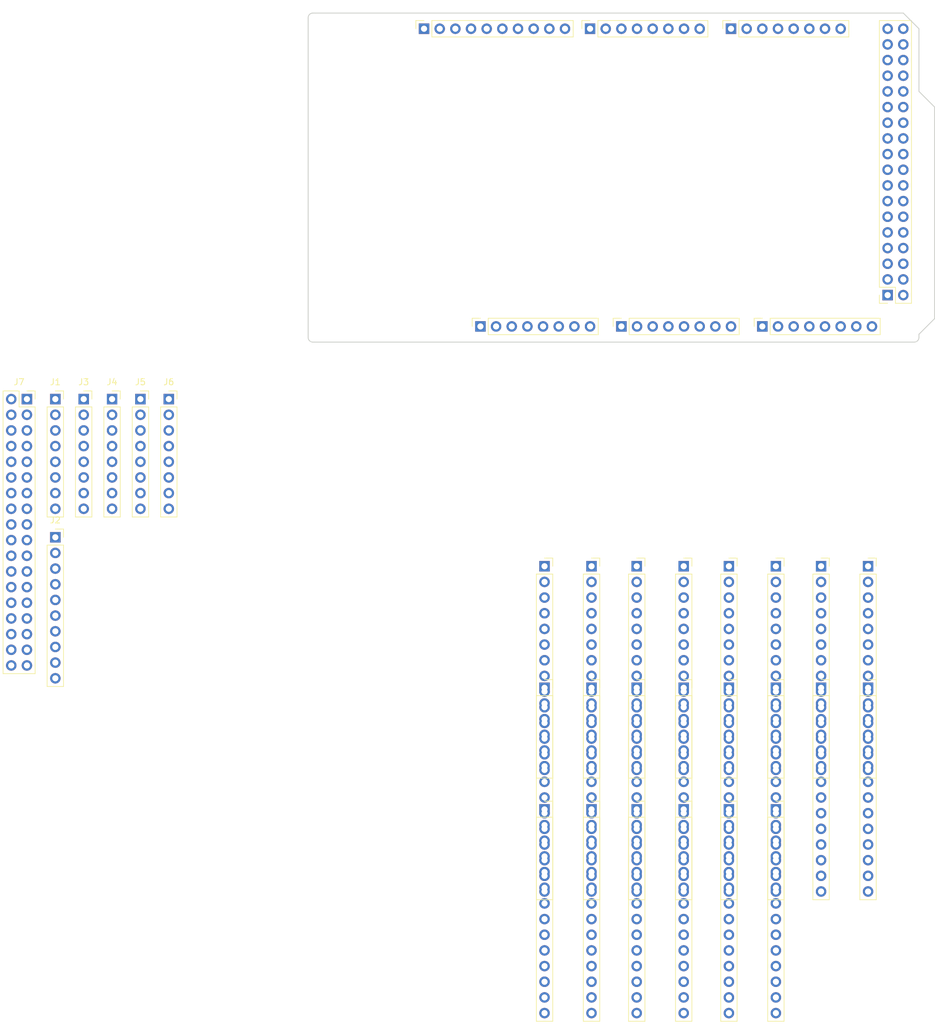
<source format=kicad_pcb>
(kicad_pcb (version 20241229) (generator "pcbnew") (generator_version "9.0")
  (title_block (date "mar. 31 mars 2015"))
  (layers (0 "F.Cu" signal) (2 "B.Cu" signal) (13 "F.Paste" user) (15 "B.Paste" user) (5 "F.SilkS" user "F.Silkscreen") (7 "B.SilkS" user "B.Silkscreen") (1 "F.Mask" user) (3 "B.Mask" user) (25 "Edge.Cuts" user))
  (net 0 "")
  (net 1 "GND")
  (net 2 "/*52")
  (net 3 "/53")
  (net 4 "/50")
  (net 5 "/51")
  (net 6 "/48")
  (net 7 "/49")
  (net 8 "/*46")
  (net 9 "/47")
  (net 10 "/*44")
  (net 11 "/*45")
  (net 12 "/42")
  (net 13 "/43")
  (net 14 "/40")
  (net 15 "/41")
  (net 16 "/38")
  (net 17 "/39")
  (net 18 "/36")
  (net 19 "/37")
  (net 20 "/34")
  (net 21 "/35")
  (net 22 "/32")
  (net 23 "/33")
  (net 24 "/30")
  (net 25 "/31")
  (net 26 "/28")
  (net 27 "/29")
  (net 28 "/26")
  (net 29 "/27")
  (net 30 "/24")
  (net 31 "/25")
  (net 32 "/22")
  (net 33 "/23")
  (net 34 "+5V")
  (net 35 "/IOREF")
  (net 36 "/A0")
  (net 37 "/A1")
  (net 38 "/A2")
  (net 39 "/A3")
  (net 40 "/A4")
  (net 41 "/A5")
  (net 42 "/A6")
  (net 43 "/A7")
  (net 44 "/A8")
  (net 45 "/A9")
  (net 46 "/A10")
  (net 47 "/A11")
  (net 48 "/A12")
  (net 49 "/A13")
  (net 50 "/A14")
  (net 51 "/A15")
  (net 52 "/AREF")
  (net 53 "/*13")
  (net 54 "/*12")
  (net 55 "/*11")
  (net 56 "/*10")
  (net 57 "/*9")
  (net 58 "/*8")
  (net 59 "/*7")
  (net 60 "/*6")
  (net 61 "/*5")
  (net 62 "/*4")
  (net 63 "/*3")
  (net 64 "/*2")
  (net 65 "/TX0{slash}1")
  (net 66 "/RX0{slash}0")
  (net 67 "+3V3")
  (net 68 "/TX3{slash}14")
  (net 69 "/RX3{slash}15")
  (net 70 "/TX2{slash}16")
  (net 71 "/RX2{slash}17")
  (net 72 "/TX1{slash}18")
  (net 73 "/RX1{slash}19")
  (net 74 "/SDA{slash}20")
  (net 75 "/SCL{slash}21")
  (net 76 "VCC")
  (net 77 "/~{RESET}")
  (net 79 "/FCW_12")
  (net 80 "/FCW_17")
  (net 81 "Net-(U1-vld)")
  (net 82 "/FCW_16")
  (net 83 "/FCW_14")
  (net 84 "/FCW_18")
  (net 85 "/FCW_15")
  (net 86 "Net-(U1-outPhase[0])")
  (net 87 "Net-(U1-outPhase[1])")
  (net 88 "Net-(U1-outIsNeg)")
  (net 89 "/FCW_19")
  (net 90 "/FCW_13")
  (net 91 "Net-(U2-outY[0])")
  (net 92 "Net-(U2-outIsNeg)")
  (net 93 "Net-(U2-outX[1])")
  (net 94 "Net-(U2-outPhase[1])")
  (net 95 "Net-(U2-outX[0])")
  (net 96 "Net-(U2-outPhase[0])")
  (net 97 "Net-(U2-vld)")
  (net 98 "Net-(U2-outY[1])")
  (net 99 "Net-(U3-outPhase[0])")
  (net 100 "Net-(U3-outIsNeg)")
  (net 101 "Net-(U3-outPhase[1])")
  (net 102 "Net-(U3-vld)")
  (net 103 "Net-(U3-outY[1])")
  (net 104 "Net-(U3-outX[1])")
  (net 105 "Net-(U3-outX[0])")
  (net 106 "Net-(U3-outY[0])")
  (net 107 "Net-(U4-outPhase[1])")
  (net 108 "Net-(U4-outX[1])")
  (net 109 "Net-(U4-outY[1])")
  (net 110 "Net-(U4-outY[0])")
  (net 111 "Net-(U4-outPhase[0])")
  (net 112 "Net-(U4-outIsNeg)")
  (net 113 "Net-(U4-vld)")
  (net 114 "Net-(U4-outX[0])")
  (net 115 "Net-(U5-outPhase[0])")
  (net 116 "Net-(U5-outX[1])")
  (net 117 "Net-(U5-outIsNeg)")
  (net 118 "Net-(U5-outPhase[1])")
  (net 119 "Net-(U5-outY[0])")
  (net 120 "Net-(U5-outX[0])")
  (net 121 "Net-(U5-outY[1])")
  (net 122 "Net-(U5-vld)")
  (net 123 "Net-(U6-outPhase[0])")
  (net 124 "Net-(U6-outIsNeg)")
  (net 125 "Net-(U6-outPhase[1])")
  (net 126 "Net-(U6-outX[1])")
  (net 127 "Net-(U6-outX[0])")
  (net 128 "Net-(U6-outY[1])")
  (net 129 "Net-(U6-outY[0])")
  (net 130 "Net-(U6-vld)")
  (net 131 "Net-(U7-outX[0])")
  (net 132 "Net-(U7-outX[1])")
  (net 133 "Net-(U7-outY[1])")
  (net 134 "Net-(U7-outY[0])")
  (net 135 "Net-(U7-outPhase[1])")
  (net 136 "Net-(U7-outPhase[0])")
  (net 137 "Net-(U7-vld)")
  (net 138 "Net-(U7-outIsNeg)")
  (net 139 "Net-(U8-outIsNeg)")
  (net 140 "Net-(U8-outPhase[1])")
  (net 141 "Net-(U8-outY[1])")
  (net 142 "Net-(U8-outY[0])")
  (net 143 "Net-(U8-outX[1])")
  (net 144 "Net-(U8-outPhase[0])")
  (net 145 "Net-(U8-outX[0])")
  (net 146 "Net-(U8-vld)")
  (net 147 "Net-(U10-inY[1])")
  (net 150 "Net-(U10-inX[1])")
  (net 151 "Net-(U10-inX[0])")
  (net 152 "Net-(U10-inIsNeg)")
  (net 153 "Net-(U10-inY[0])")
  (net 154 "Net-(U10-rdy)")
  (footprint "Connector_PinSocket_2.54mm:PinSocket_2x18_P2.54mm_Vertical" (layer "F.Cu") (at 193.98 92.38 180)
    (property "Reference" "J7" (hide yes))
    (property "Value" "Digital")
    (pad "1" thru_hole rect (at 0 0 180) (size 1.7 1.7) (drill 1) (layers "*.Cu" "*.Mask") (net 1 "GND"))
    (pad "2" thru_hole oval (at -2.54 0 180) (size 1.7 1.7) (drill 1) (layers "*.Cu" "*.Mask") (net 1 "GND"))
    (pad "3" thru_hole oval (at 0 2.54 180) (size 1.7 1.7) (drill 1) (layers "*.Cu" "*.Mask") (net 2 "/*52"))
    (pad "4" thru_hole oval (at -2.54 2.54 180) (size 1.7 1.7) (drill 1) (layers "*.Cu" "*.Mask") (net 3 "/53"))
    (pad "5" thru_hole oval (at 0 5.08 180) (size 1.7 1.7) (drill 1) (layers "*.Cu" "*.Mask") (net 4 "/50"))
    (pad "6" thru_hole oval (at -2.54 5.08 180) (size 1.7 1.7) (drill 1) (layers "*.Cu" "*.Mask") (net 5 "/51"))
    (pad "7" thru_hole oval (at 0 7.62 180) (size 1.7 1.7) (drill 1) (layers "*.Cu" "*.Mask") (net 6 "/48"))
    (pad "8" thru_hole oval (at -2.54 7.62 180) (size 1.7 1.7) (drill 1) (layers "*.Cu" "*.Mask") (net 7 "/49"))
    (pad "9" thru_hole oval (at 0 10.16 180) (size 1.7 1.7) (drill 1) (layers "*.Cu" "*.Mask") (net 8 "/*46"))
    (pad "10" thru_hole oval (at -2.54 10.16 180) (size 1.7 1.7) (drill 1) (layers "*.Cu" "*.Mask") (net 9 "/47"))
    (pad "11" thru_hole oval (at 0 12.7 180) (size 1.7 1.7) (drill 1) (layers "*.Cu" "*.Mask") (net 10 "/*44"))
    (pad "12" thru_hole oval (at -2.54 12.7 180) (size 1.7 1.7) (drill 1) (layers "*.Cu" "*.Mask") (net 11 "/*45"))
    (pad "13" thru_hole oval (at 0 15.24 180) (size 1.7 1.7) (drill 1) (layers "*.Cu" "*.Mask") (net 12 "/42"))
    (pad "14" thru_hole oval (at -2.54 15.24 180) (size 1.7 1.7) (drill 1) (layers "*.Cu" "*.Mask") (net 13 "/43"))
    (pad "15" thru_hole oval (at 0 17.78 180) (size 1.7 1.7) (drill 1) (layers "*.Cu" "*.Mask") (net 14 "/40"))
    (pad "16" thru_hole oval (at -2.54 17.78 180) (size 1.7 1.7) (drill 1) (layers "*.Cu" "*.Mask") (net 15 "/41"))
    (pad "17" thru_hole oval (at 0 20.32 180) (size 1.7 1.7) (drill 1) (layers "*.Cu" "*.Mask") (net 16 "/38"))
    (pad "18" thru_hole oval (at -2.54 20.32 180) (size 1.7 1.7) (drill 1) (layers "*.Cu" "*.Mask") (net 17 "/39"))
    (pad "19" thru_hole oval (at 0 22.86 180) (size 1.7 1.7) (drill 1) (layers "*.Cu" "*.Mask") (net 18 "/36"))
    (pad "20" thru_hole oval (at -2.54 22.86 180) (size 1.7 1.7) (drill 1) (layers "*.Cu" "*.Mask") (net 19 "/37"))
    (pad "21" thru_hole oval (at 0 25.4 180) (size 1.7 1.7) (drill 1) (layers "*.Cu" "*.Mask") (net 20 "/34"))
    (pad "22" thru_hole oval (at -2.54 25.4 180) (size 1.7 1.7) (drill 1) (layers "*.Cu" "*.Mask") (net 21 "/35"))
    (pad "23" thru_hole oval (at 0 27.94 180) (size 1.7 1.7) (drill 1) (layers "*.Cu" "*.Mask") (net 22 "/32"))
    (pad "24" thru_hole oval (at -2.54 27.94 180) (size 1.7 1.7) (drill 1) (layers "*.Cu" "*.Mask") (net 23 "/33"))
    (pad "25" thru_hole oval (at 0 30.48 180) (size 1.7 1.7) (drill 1) (layers "*.Cu" "*.Mask") (net 24 "/30"))
    (pad "26" thru_hole oval (at -2.54 30.48 180) (size 1.7 1.7) (drill 1) (layers "*.Cu" "*.Mask") (net 25 "/31"))
    (pad "27" thru_hole oval (at 0 33.02 180) (size 1.7 1.7) (drill 1) (layers "*.Cu" "*.Mask") (net 26 "/28"))
    (pad "28" thru_hole oval (at -2.54 33.02 180) (size 1.7 1.7) (drill 1) (layers "*.Cu" "*.Mask") (net 27 "/29"))
    (pad "29" thru_hole oval (at 0 35.56 180) (size 1.7 1.7) (drill 1) (layers "*.Cu" "*.Mask") (net 28 "/26"))
    (pad "30" thru_hole oval (at -2.54 35.56 180) (size 1.7 1.7) (drill 1) (layers "*.Cu" "*.Mask") (net 29 "/27"))
    (pad "31" thru_hole oval (at 0 38.1 180) (size 1.7 1.7) (drill 1) (layers "*.Cu" "*.Mask") (net 30 "/24"))
    (pad "32" thru_hole oval (at -2.54 38.1 180) (size 1.7 1.7) (drill 1) (layers "*.Cu" "*.Mask") (net 31 "/25"))
    (pad "33" thru_hole oval (at 0 40.64 180) (size 1.7 1.7) (drill 1) (layers "*.Cu" "*.Mask") (net 32 "/22"))
    (pad "34" thru_hole oval (at -2.54 40.64 180) (size 1.7 1.7) (drill 1) (layers "*.Cu" "*.Mask") (net 33 "/23"))
    (pad "35" thru_hole oval (at 0 43.18 180) (size 1.7 1.7) (drill 1) (layers "*.Cu" "*.Mask") (net 34 "+5V"))
    (pad "36" thru_hole oval (at -2.54 43.18 180) (size 1.7 1.7) (drill 1) (layers "*.Cu" "*.Mask") (net 34 "+5V"))
  )
  (footprint "Connector_PinSocket_2.54mm:PinSocket_1x08_P2.54mm_Vertical" (layer "F.Cu") (at 127.94 97.46 90)
    (property "Reference" "J1" (hide yes))
    (property "Value" "Power")
    (pad "1" thru_hole rect (at 0 0 90) (size 1.7 1.7) (drill 1) (layers "*.Cu" "*.Mask"))
    (pad "2" thru_hole oval (at 0 2.54 90) (size 1.7 1.7) (drill 1) (layers "*.Cu" "*.Mask") (net 35 "/IOREF"))
    (pad "3" thru_hole oval (at 0 5.08 90) (size 1.7 1.7) (drill 1) (layers "*.Cu" "*.Mask") (net 77 "/~{RESET}"))
    (pad "4" thru_hole oval (at 0 7.62 90) (size 1.7 1.7) (drill 1) (layers "*.Cu" "*.Mask") (net 67 "+3V3"))
    (pad "5" thru_hole oval (at 0 10.16 90) (size 1.7 1.7) (drill 1) (layers "*.Cu" "*.Mask") (net 34 "+5V"))
    (pad "6" thru_hole oval (at 0 12.7 90) (size 1.7 1.7) (drill 1) (layers "*.Cu" "*.Mask") (net 1 "GND"))
    (pad "7" thru_hole oval (at 0 15.24 90) (size 1.7 1.7) (drill 1) (layers "*.Cu" "*.Mask") (net 1 "GND"))
    (pad "8" thru_hole oval (at 0 17.78 90) (size 1.7 1.7) (drill 1) (layers "*.Cu" "*.Mask") (net 76 "VCC"))
  )
  (footprint "Connector_PinSocket_2.54mm:PinSocket_1x08_P2.54mm_Vertical" (layer "F.Cu") (at 150.8 97.46 90)
    (property "Reference" "J3" (hide yes))
    (property "Value" "Analog")
    (pad "1" thru_hole rect (at 0 0 90) (size 1.7 1.7) (drill 1) (layers "*.Cu" "*.Mask") (net 36 "/A0"))
    (pad "2" thru_hole oval (at 0 2.54 90) (size 1.7 1.7) (drill 1) (layers "*.Cu" "*.Mask") (net 37 "/A1"))
    (pad "3" thru_hole oval (at 0 5.08 90) (size 1.7 1.7) (drill 1) (layers "*.Cu" "*.Mask") (net 38 "/A2"))
    (pad "4" thru_hole oval (at 0 7.62 90) (size 1.7 1.7) (drill 1) (layers "*.Cu" "*.Mask") (net 39 "/A3"))
    (pad "5" thru_hole oval (at 0 10.16 90) (size 1.7 1.7) (drill 1) (layers "*.Cu" "*.Mask") (net 40 "/A4"))
    (pad "6" thru_hole oval (at 0 12.7 90) (size 1.7 1.7) (drill 1) (layers "*.Cu" "*.Mask") (net 41 "/A5"))
    (pad "7" thru_hole oval (at 0 15.24 90) (size 1.7 1.7) (drill 1) (layers "*.Cu" "*.Mask") (net 42 "/A6"))
    (pad "8" thru_hole oval (at 0 17.78 90) (size 1.7 1.7) (drill 1) (layers "*.Cu" "*.Mask") (net 43 "/A7"))
  )
  (footprint "Connector_PinSocket_2.54mm:PinSocket_1x08_P2.54mm_Vertical" (layer "F.Cu") (at 173.66 97.46 90)
    (property "Reference" "J5" (hide yes))
    (property "Value" "Analog")
    (pad "1" thru_hole rect (at 0 0 90) (size 1.7 1.7) (drill 1) (layers "*.Cu" "*.Mask") (net 44 "/A8"))
    (pad "2" thru_hole oval (at 0 2.54 90) (size 1.7 1.7) (drill 1) (layers "*.Cu" "*.Mask") (net 45 "/A9"))
    (pad "3" thru_hole oval (at 0 5.08 90) (size 1.7 1.7) (drill 1) (layers "*.Cu" "*.Mask") (net 46 "/A10"))
    (pad "4" thru_hole oval (at 0 7.62 90) (size 1.7 1.7) (drill 1) (layers "*.Cu" "*.Mask") (net 47 "/A11"))
    (pad "5" thru_hole oval (at 0 10.16 90) (size 1.7 1.7) (drill 1) (layers "*.Cu" "*.Mask") (net 48 "/A12"))
    (pad "6" thru_hole oval (at 0 12.7 90) (size 1.7 1.7) (drill 1) (layers "*.Cu" "*.Mask") (net 49 "/A13"))
    (pad "7" thru_hole oval (at 0 15.24 90) (size 1.7 1.7) (drill 1) (layers "*.Cu" "*.Mask") (net 50 "/A14"))
    (pad "8" thru_hole oval (at 0 17.78 90) (size 1.7 1.7) (drill 1) (layers "*.Cu" "*.Mask") (net 51 "/A15"))
  )
  (footprint "Connector_PinSocket_2.54mm:PinSocket_1x10_P2.54mm_Vertical" (layer "F.Cu") (at 118.796 49.2 90)
    (property "Reference" "J2" (hide yes))
    (property "Value" "PWM")
    (pad "1" thru_hole rect (at 0 0 90) (size 1.7 1.7) (drill 1) (layers "*.Cu" "*.Mask") (net 75 "/SCL{slash}21"))
    (pad "2" thru_hole oval (at 0 2.54 90) (size 1.7 1.7) (drill 1) (layers "*.Cu" "*.Mask") (net 74 "/SDA{slash}20"))
    (pad "3" thru_hole oval (at 0 5.08 90) (size 1.7 1.7) (drill 1) (layers "*.Cu" "*.Mask") (net 52 "/AREF"))
    (pad "4" thru_hole oval (at 0 7.62 90) (size 1.7 1.7) (drill 1) (layers "*.Cu" "*.Mask") (net 1 "GND"))
    (pad "5" thru_hole oval (at 0 10.16 90) (size 1.7 1.7) (drill 1) (layers "*.Cu" "*.Mask") (net 53 "/*13"))
    (pad "6" thru_hole oval (at 0 12.7 90) (size 1.7 1.7) (drill 1) (layers "*.Cu" "*.Mask") (net 54 "/*12"))
    (pad "7" thru_hole oval (at 0 15.24 90) (size 1.7 1.7) (drill 1) (layers "*.Cu" "*.Mask") (net 55 "/*11"))
    (pad "8" thru_hole oval (at 0 17.78 90) (size 1.7 1.7) (drill 1) (layers "*.Cu" "*.Mask") (net 56 "/*10"))
    (pad "9" thru_hole oval (at 0 20.32 90) (size 1.7 1.7) (drill 1) (layers "*.Cu" "*.Mask") (net 57 "/*9"))
    (pad "10" thru_hole oval (at 0 22.86 90) (size 1.7 1.7) (drill 1) (layers "*.Cu" "*.Mask") (net 58 "/*8"))
  )
  (footprint "Connector_PinSocket_2.54mm:PinSocket_1x08_P2.54mm_Vertical" (layer "F.Cu") (at 145.72 49.2 90)
    (property "Reference" "J4" (hide yes))
    (property "Value" "PWM")
    (pad "1" thru_hole rect (at 0 0 90) (size 1.7 1.7) (drill 1) (layers "*.Cu" "*.Mask") (net 59 "/*7"))
    (pad "2" thru_hole oval (at 0 2.54 90) (size 1.7 1.7) (drill 1) (layers "*.Cu" "*.Mask") (net 60 "/*6"))
    (pad "3" thru_hole oval (at 0 5.08 90) (size 1.7 1.7) (drill 1) (layers "*.Cu" "*.Mask") (net 61 "/*5"))
    (pad "4" thru_hole oval (at 0 7.62 90) (size 1.7 1.7) (drill 1) (layers "*.Cu" "*.Mask") (net 62 "/*4"))
    (pad "5" thru_hole oval (at 0 10.16 90) (size 1.7 1.7) (drill 1) (layers "*.Cu" "*.Mask") (net 63 "/*3"))
    (pad "6" thru_hole oval (at 0 12.7 90) (size 1.7 1.7) (drill 1) (layers "*.Cu" "*.Mask") (net 64 "/*2"))
    (pad "7" thru_hole oval (at 0 15.24 90) (size 1.7 1.7) (drill 1) (layers "*.Cu" "*.Mask") (net 65 "/TX0{slash}1"))
    (pad "8" thru_hole oval (at 0 17.78 90) (size 1.7 1.7) (drill 1) (layers "*.Cu" "*.Mask") (net 66 "/RX0{slash}0"))
  )
  (footprint "Connector_PinSocket_2.54mm:PinSocket_1x08_P2.54mm_Vertical" (layer "F.Cu") (at 168.58 49.2 90)
    (property "Reference" "J6" (hide yes))
    (property "Value" "Communication")
    (pad "1" thru_hole rect (at 0 0 90) (size 1.7 1.7) (drill 1) (layers "*.Cu" "*.Mask") (net 68 "/TX3{slash}14"))
    (pad "2" thru_hole oval (at 0 2.54 90) (size 1.7 1.7) (drill 1) (layers "*.Cu" "*.Mask") (net 69 "/RX3{slash}15"))
    (pad "3" thru_hole oval (at 0 5.08 90) (size 1.7 1.7) (drill 1) (layers "*.Cu" "*.Mask") (net 70 "/TX2{slash}16"))
    (pad "4" thru_hole oval (at 0 7.62 90) (size 1.7 1.7) (drill 1) (layers "*.Cu" "*.Mask") (net 71 "/RX2{slash}17"))
    (pad "5" thru_hole oval (at 0 10.16 90) (size 1.7 1.7) (drill 1) (layers "*.Cu" "*.Mask") (net 72 "/TX1{slash}18"))
    (pad "6" thru_hole oval (at 0 12.7 90) (size 1.7 1.7) (drill 1) (layers "*.Cu" "*.Mask") (net 73 "/RX1{slash}19"))
    (pad "7" thru_hole oval (at 0 15.24 90) (size 1.7 1.7) (drill 1) (layers "*.Cu" "*.Mask") (net 74 "/SDA{slash}20"))
    (pad "8" thru_hole oval (at 0 17.78 90) (size 1.7 1.7) (drill 1) (layers "*.Cu" "*.Mask") (net 75 "/SCL{slash}21"))
  )
  (footprint "user_socket28_2p54:user_socket28_2p54" (layer "F.Cu") (at 140.0875 173.955)
    (property "Reference" "U9" (hide yes))
    (property "Value" "cordic_element" (hide yes))
    (pad "1" thru_hole rect (at -1.75 1.8) (size 1.7 1.7) (drill 1) (layers "*.Cu" "*.Mask") (net 67 "+3V3"))
    (pad "2" thru_hole circle (at -1.75 4.34) (size 1.7 1.7) (drill 1) (layers "*.Cu" "*.Mask") (net 146 "Net-(U8-vld)"))
    (pad "3" thru_hole circle (at -1.75 6.88) (size 1.7 1.7) (drill 1) (layers "*.Cu" "*.Mask") (net 139 "Net-(U8-outIsNeg)"))
    (pad "4" thru_hole circle (at -1.75 9.42) (size 1.7 1.7) (drill 1) (layers "*.Cu" "*.Mask") (net 140 "Net-(U8-outPhase[1])"))
    (pad "5" thru_hole circle (at -1.75 11.96) (size 1.7 1.7) (drill 1) (layers "*.Cu" "*.Mask") (net 144 "Net-(U8-outPhase[0])"))
    (pad "6" thru_hole circle (at -1.75 14.5) (size 1.7 1.7) (drill 1) (layers "*.Cu" "*.Mask") (net 1 "GND"))
    (pad "7" thru_hole circle (at -1.75 17.04) (size 1.7 1.7) (drill 1) (layers "*.Cu" "*.Mask") (net 32 "/22"))
    (pad "8" thru_hole circle (at -1.75 19.58) (size 1.7 1.7) (drill 1) (layers "*.Cu" "*.Mask") (net 143 "Net-(U8-outX[1])"))
    (pad "9" thru_hole circle (at -1.75 22.12) (size 1.7 1.7) (drill 1) (layers "*.Cu" "*.Mask") (net 145 "Net-(U8-outX[0])"))
    (pad "10" thru_hole circle (at -1.75 24.66) (size 1.7 1.7) (drill 1) (layers "*.Cu" "*.Mask") (net 141 "Net-(U8-outY[1])"))
    (pad "11" thru_hole circle (at -1.75 27.2) (size 1.7 1.7) (drill 1) (layers "*.Cu" "*.Mask") (net 142 "Net-(U8-outY[0])"))
    (pad "12" thru_hole circle (at -1.75 29.74) (size 1.7 1.7) (drill 1) (layers "*.Cu" "*.Mask") (net 67 "+3V3"))
    (pad "13" thru_hole circle (at -1.75 32.28) (size 1.7 1.7) (drill 1) (layers "*.Cu" "*.Mask") (net 67 "+3V3"))
    (pad "14" thru_hole circle (at -1.75 34.82) (size 1.7 1.7) (drill 1) (layers "*.Cu" "*.Mask") (net 67 "+3V3"))
    (pad "15" thru_hole circle (at 5.87 34.82) (size 1.7 1.7) (drill 1) (layers "*.Cu" "*.Mask") (net 1 "GND"))
    (pad "16" thru_hole circle (at 5.87 32.28) (size 1.7 1.7) (drill 1) (layers "*.Cu" "*.Mask") (net 1 "GND"))
    (pad "17" thru_hole circle (at 5.87 29.74) (size 1.7 1.7) (drill 1) (layers "*.Cu" "*.Mask") (net 1 "GND"))
    (pad "18" thru_hole circle (at 5.87 27.2) (size 1.7 1.7) (drill 1) (layers "*.Cu" "*.Mask") (net 153 "Net-(U10-inY[0])"))
    (pad "19" thru_hole circle (at 5.87 24.66) (size 1.7 1.7) (drill 1) (layers "*.Cu" "*.Mask") (net 147 "Net-(U10-inY[1])"))
    (pad "20" thru_hole circle (at 5.87 22.12) (size 1.7 1.7) (drill 1) (layers "*.Cu" "*.Mask") (net 151 "Net-(U10-inX[0])"))
    (pad "21" thru_hole circle (at 5.87 19.58) (size 1.7 1.7) (drill 1) (layers "*.Cu" "*.Mask") (net 150 "Net-(U10-inX[1])"))
    (pad "22" thru_hole circle (at 5.87 17.04) (size 1.7 1.7) (drill 1) (layers "*.Cu" "*.Mask") (net 1 "GND"))
    (pad "23" thru_hole circle (at 5.87 14.5) (size 1.7 1.7) (drill 1) (layers "*.Cu" "*.Mask") (net 1 "GND"))
    (pad "24" thru_hole circle (at 5.87 11.96) (size 1.7 1.7) (drill 1) (layers "*.Cu" "*.Mask"))
    (pad "25" thru_hole circle (at 5.87 9.42) (size 1.7 1.7) (drill 1) (layers "*.Cu" "*.Mask"))
    (pad "26" thru_hole circle (at 5.87 6.88) (size 1.7 1.7) (drill 1) (layers "*.Cu" "*.Mask") (net 152 "Net-(U10-inIsNeg)"))
    (pad "27" thru_hole circle (at 5.87 4.34) (size 1.7 1.7) (drill 1) (layers "*.Cu" "*.Mask") (net 154 "Net-(U10-rdy)"))
    (pad "28" thru_hole rect (at 5.87 1.8) (size 1.7 1.7) (drill 1) (layers "*.Cu" "*.Mask") (net 1 "GND"))
  )
  (footprint "user_socket28_2p54:user_socket28_2p54" (layer "F.Cu") (at 140.0875 154.245)
    (property "Reference" "U5" (hide yes))
    (property "Value" "cordic_element" (hide yes))
    (pad "1" thru_hole rect (at -1.75 1.8) (size 1.7 1.7) (drill 1) (layers "*.Cu" "*.Mask") (net 67 "+3V3"))
    (pad "2" thru_hole circle (at -1.75 4.34) (size 1.7 1.7) (drill 1) (layers "*.Cu" "*.Mask") (net 113 "Net-(U4-vld)"))
    (pad "3" thru_hole circle (at -1.75 6.88) (size 1.7 1.7) (drill 1) (layers "*.Cu" "*.Mask") (net 112 "Net-(U4-outIsNeg)"))
    (pad "4" thru_hole circle (at -1.75 9.42) (size 1.7 1.7) (drill 1) (layers "*.Cu" "*.Mask") (net 107 "Net-(U4-outPhase[1])"))
    (pad "5" thru_hole circle (at -1.75 11.96) (size 1.7 1.7) (drill 1) (layers "*.Cu" "*.Mask") (net 111 "Net-(U4-outPhase[0])"))
    (pad "6" thru_hole circle (at -1.75 14.5) (size 1.7 1.7) (drill 1) (layers "*.Cu" "*.Mask") (net 1 "GND"))
    (pad "7" thru_hole circle (at -1.75 17.04) (size 1.7 1.7) (drill 1) (layers "*.Cu" "*.Mask") (net 32 "/22"))
    (pad "8" thru_hole circle (at -1.75 19.58) (size 1.7 1.7) (drill 1) (layers "*.Cu" "*.Mask") (net 108 "Net-(U4-outX[1])"))
    (pad "9" thru_hole circle (at -1.75 22.12) (size 1.7 1.7) (drill 1) (layers "*.Cu" "*.Mask") (net 114 "Net-(U4-outX[0])"))
    (pad "10" thru_hole circle (at -1.75 24.66) (size 1.7 1.7) (drill 1) (layers "*.Cu" "*.Mask") (net 109 "Net-(U4-outY[1])"))
    (pad "11" thru_hole circle (at -1.75 27.2) (size 1.7 1.7) (drill 1) (layers "*.Cu" "*.Mask") (net 110 "Net-(U4-outY[0])"))
    (pad "12" thru_hole circle (at -1.75 29.74) (size 1.7 1.7) (drill 1) (layers "*.Cu" "*.Mask") (net 1 "GND"))
    (pad "13" thru_hole circle (at -1.75 32.28) (size 1.7 1.7) (drill 1) (layers "*.Cu" "*.Mask") (net 67 "+3V3"))
    (pad "14" thru_hole circle (at -1.75 34.82) (size 1.7 1.7) (drill 1) (layers "*.Cu" "*.Mask") (net 67 "+3V3"))
    (pad "15" thru_hole circle (at 5.87 34.82) (size 1.7 1.7) (drill 1) (layers "*.Cu" "*.Mask") (net 1 "GND"))
    (pad "16" thru_hole circle (at 5.87 32.28) (size 1.7 1.7) (drill 1) (layers "*.Cu" "*.Mask") (net 1 "GND"))
    (pad "17" thru_hole circle (at 5.87 29.74) (size 1.7 1.7) (drill 1) (layers "*.Cu" "*.Mask") (net 1 "GND"))
    (pad "18" thru_hole circle (at 5.87 27.2) (size 1.7 1.7) (drill 1) (layers "*.Cu" "*.Mask") (net 119 "Net-(U5-outY[0])"))
    (pad "19" thru_hole circle (at 5.87 24.66) (size 1.7 1.7) (drill 1) (layers "*.Cu" "*.Mask") (net 121 "Net-(U5-outY[1])"))
    (pad "20" thru_hole circle (at 5.87 22.12) (size 1.7 1.7) (drill 1) (layers "*.Cu" "*.Mask") (net 120 "Net-(U5-outX[0])"))
    (pad "21" thru_hole circle (at 5.87 19.58) (size 1.7 1.7) (drill 1) (layers "*.Cu" "*.Mask") (net 116 "Net-(U5-outX[1])"))
    (pad "22" thru_hole circle (at 5.87 17.04) (size 1.7 1.7) (drill 1) (layers "*.Cu" "*.Mask") (net 1 "GND"))
    (pad "23" thru_hole circle (at 5.87 14.5) (size 1.7 1.7) (drill 1) (layers "*.Cu" "*.Mask") (net 1 "GND"))
    (pad "24" thru_hole circle (at 5.87 11.96) (size 1.7 1.7) (drill 1) (layers "*.Cu" "*.Mask") (net 115 "Net-(U5-outPhase[0])"))
    (pad "25" thru_hole circle (at 5.87 9.42) (size 1.7 1.7) (drill 1) (layers "*.Cu" "*.Mask") (net 118 "Net-(U5-outPhase[1])"))
    (pad "26" thru_hole circle (at 5.87 6.88) (size 1.7 1.7) (drill 1) (layers "*.Cu" "*.Mask") (net 117 "Net-(U5-outIsNeg)"))
    (pad "27" thru_hole circle (at 5.87 4.34) (size 1.7 1.7) (drill 1) (layers "*.Cu" "*.Mask") (net 122 "Net-(U5-vld)"))
    (pad "28" thru_hole rect (at 5.87 1.8) (size 1.7 1.7) (drill 1) (layers "*.Cu" "*.Mask") (net 1 "GND"))
  )
  (footprint "Connector_PinSocket_2.54mm:PinSocket_1x08_P2.54mm_Vertical" (layer "F.Cu") (at 68.2 109.24)
    (property "Reference" "J4" (at 0 -2.77 0) (layer "F.SilkS"))
    (property "Value" "PWM")
    (pad "1" thru_hole rect (at 0 0) (size 1.7 1.7) (drill 1) (layers "*.Cu" "*.Mask") (net 59 "/*7"))
    (pad "2" thru_hole circle (at 0 2.54) (size 1.7 1.7) (drill 1) (layers "*.Cu" "*.Mask") (net 60 "/*6"))
    (pad "3" thru_hole circle (at 0 5.08) (size 1.7 1.7) (drill 1) (layers "*.Cu" "*.Mask") (net 61 "/*5"))
    (pad "4" thru_hole circle (at 0 7.62) (size 1.7 1.7) (drill 1) (layers "*.Cu" "*.Mask") (net 62 "/*4"))
    (pad "5" thru_hole circle (at 0 10.16) (size 1.7 1.7) (drill 1) (layers "*.Cu" "*.Mask") (net 63 "/*3"))
    (pad "6" thru_hole circle (at 0 12.7) (size 1.7 1.7) (drill 1) (layers "*.Cu" "*.Mask") (net 64 "/*2"))
    (pad "7" thru_hole circle (at 0 15.24) (size 1.7 1.7) (drill 1) (layers "*.Cu" "*.Mask") (net 65 "/TX0{slash}1"))
    (pad "8" thru_hole circle (at 0 17.78) (size 1.7 1.7) (drill 1) (layers "*.Cu" "*.Mask") (net 66 "/RX0{slash}0"))
  )
  (footprint "Connector_PinSocket_2.54mm:PinSocket_1x08_P2.54mm_Vertical" (layer "F.Cu") (at 72.8 109.24)
    (property "Reference" "J5" (at 0 -2.77 0) (layer "F.SilkS"))
    (property "Value" "Analog")
    (pad "1" thru_hole rect (at 0 0) (size 1.7 1.7) (drill 1) (layers "*.Cu" "*.Mask") (net 44 "/A8"))
    (pad "2" thru_hole circle (at 0 2.54) (size 1.7 1.7) (drill 1) (layers "*.Cu" "*.Mask") (net 45 "/A9"))
    (pad "3" thru_hole circle (at 0 5.08) (size 1.7 1.7) (drill 1) (layers "*.Cu" "*.Mask") (net 46 "/A10"))
    (pad "4" thru_hole circle (at 0 7.62) (size 1.7 1.7) (drill 1) (layers "*.Cu" "*.Mask") (net 47 "/A11"))
    (pad "5" thru_hole circle (at 0 10.16) (size 1.7 1.7) (drill 1) (layers "*.Cu" "*.Mask") (net 48 "/A12"))
    (pad "6" thru_hole circle (at 0 12.7) (size 1.7 1.7) (drill 1) (layers "*.Cu" "*.Mask") (net 49 "/A13"))
    (pad "7" thru_hole circle (at 0 15.24) (size 1.7 1.7) (drill 1) (layers "*.Cu" "*.Mask") (net 50 "/A14"))
    (pad "8" thru_hole circle (at 0 17.78) (size 1.7 1.7) (drill 1) (layers "*.Cu" "*.Mask") (net 51 "/A15"))
  )
  (footprint "Arduino_MountingHole:MountingHole_3.2mm" (layer "F.Cu") (at 196.52 97.46)
    (property "Reference" "MH6" (hide yes))
    (property "Value" "MountingHole_3.2mm" (hide yes))
    (pad "" np_thru_hole circle (at 0 0) (size 3.2 3.2) (drill 3.2) (layers "*.Cu" "*.Mask"))
  )
  (footprint "Connector_PinSocket_2.54mm:PinSocket_2x18_P2.54mm_Vertical" (layer "F.Cu") (at 54.39 109.24)
    (property "Reference" "J7" (at -1.27 -2.77 0) (layer "F.SilkS"))
    (property "Value" "Digital")
    (pad "1" thru_hole rect (at 0 0) (size 1.7 1.7) (drill 1) (layers "*.Cu" "*.Mask") (net 1 "GND"))
    (pad "2" thru_hole circle (at -2.54 0) (size 1.7 1.7) (drill 1) (layers "*.Cu" "*.Mask") (net 1 "GND"))
    (pad "3" thru_hole circle (at 0 2.54) (size 1.7 1.7) (drill 1) (layers "*.Cu" "*.Mask") (net 2 "/*52"))
    (pad "4" thru_hole circle (at -2.54 2.54) (size 1.7 1.7) (drill 1) (layers "*.Cu" "*.Mask") (net 3 "/53"))
    (pad "5" thru_hole circle (at 0 5.08) (size 1.7 1.7) (drill 1) (layers "*.Cu" "*.Mask") (net 4 "/50"))
    (pad "6" thru_hole circle (at -2.54 5.08) (size 1.7 1.7) (drill 1) (layers "*.Cu" "*.Mask") (net 5 "/51"))
    (pad "7" thru_hole circle (at 0 7.62) (size 1.7 1.7) (drill 1) (layers "*.Cu" "*.Mask") (net 6 "/48"))
    (pad "8" thru_hole circle (at -2.54 7.62) (size 1.7 1.7) (drill 1) (layers "*.Cu" "*.Mask") (net 7 "/49"))
    (pad "9" thru_hole circle (at 0 10.16) (size 1.7 1.7) (drill 1) (layers "*.Cu" "*.Mask") (net 8 "/*46"))
    (pad "10" thru_hole circle (at -2.54 10.16) (size 1.7 1.7) (drill 1) (layers "*.Cu" "*.Mask") (net 9 "/47"))
    (pad "11" thru_hole circle (at 0 12.7) (size 1.7 1.7) (drill 1) (layers "*.Cu" "*.Mask") (net 10 "/*44"))
    (pad "12" thru_hole circle (at -2.54 12.7) (size 1.7 1.7) (drill 1) (layers "*.Cu" "*.Mask") (net 11 "/*45"))
    (pad "13" thru_hole circle (at 0 15.24) (size 1.7 1.7) (drill 1) (layers "*.Cu" "*.Mask") (net 12 "/42"))
    (pad "14" thru_hole circle (at -2.54 15.24) (size 1.7 1.7) (drill 1) (layers "*.Cu" "*.Mask") (net 13 "/43"))
    (pad "15" thru_hole circle (at 0 17.78) (size 1.7 1.7) (drill 1) (layers "*.Cu" "*.Mask") (net 14 "/40"))
    (pad "16" thru_hole circle (at -2.54 17.78) (size 1.7 1.7) (drill 1) (layers "*.Cu" "*.Mask") (net 15 "/41"))
    (pad "17" thru_hole circle (at 0 20.32) (size 1.7 1.7) (drill 1) (layers "*.Cu" "*.Mask") (net 16 "/38"))
    (pad "18" thru_hole circle (at -2.54 20.32) (size 1.7 1.7) (drill 1) (layers "*.Cu" "*.Mask") (net 17 "/39"))
    (pad "19" thru_hole circle (at 0 22.86) (size 1.7 1.7) (drill 1) (layers "*.Cu" "*.Mask") (net 18 "/36"))
    (pad "20" thru_hole circle (at -2.54 22.86) (size 1.7 1.7) (drill 1) (layers "*.Cu" "*.Mask") (net 19 "/37"))
    (pad "21" thru_hole circle (at 0 25.4) (size 1.7 1.7) (drill 1) (layers "*.Cu" "*.Mask") (net 20 "/34"))
    (pad "22" thru_hole circle (at -2.54 25.4) (size 1.7 1.7) (drill 1) (layers "*.Cu" "*.Mask") (net 21 "/35"))
    (pad "23" thru_hole circle (at 0 27.94) (size 1.7 1.7) (drill 1) (layers "*.Cu" "*.Mask") (net 22 "/32"))
    (pad "24" thru_hole circle (at -2.54 27.94) (size 1.7 1.7) (drill 1) (layers "*.Cu" "*.Mask") (net 23 "/33"))
    (pad "25" thru_hole circle (at 0 30.48) (size 1.7 1.7) (drill 1) (layers "*.Cu" "*.Mask") (net 24 "/30"))
    (pad "26" thru_hole circle (at -2.54 30.48) (size 1.7 1.7) (drill 1) (layers "*.Cu" "*.Mask") (net 25 "/31"))
    (pad "27" thru_hole circle (at 0 33.02) (size 1.7 1.7) (drill 1) (layers "*.Cu" "*.Mask") (net 26 "/28"))
    (pad "28" thru_hole circle (at -2.54 33.02) (size 1.7 1.7) (drill 1) (layers "*.Cu" "*.Mask") (net 27 "/29"))
    (pad "29" thru_hole circle (at 0 35.56) (size 1.7 1.7) (drill 1) (layers "*.Cu" "*.Mask") (net 28 "/26"))
    (pad "30" thru_hole circle (at -2.54 35.56) (size 1.7 1.7) (drill 1) (layers "*.Cu" "*.Mask") (net 29 "/27"))
    (pad "31" thru_hole circle (at 0 38.1) (size 1.7 1.7) (drill 1) (layers "*.Cu" "*.Mask") (net 30 "/24"))
    (pad "32" thru_hole circle (at -2.54 38.1) (size 1.7 1.7) (drill 1) (layers "*.Cu" "*.Mask") (net 31 "/25"))
    (pad "33" thru_hole circle (at 0 40.64) (size 1.7 1.7) (drill 1) (layers "*.Cu" "*.Mask") (net 32 "/22"))
    (pad "34" thru_hole circle (at -2.54 40.64) (size 1.7 1.7) (drill 1) (layers "*.Cu" "*.Mask") (net 33 "/23"))
    (pad "35" thru_hole circle (at 0 43.18) (size 1.7 1.7) (drill 1) (layers "*.Cu" "*.Mask") (net 34 "+5V"))
    (pad "36" thru_hole circle (at -2.54 43.18) (size 1.7 1.7) (drill 1) (layers "*.Cu" "*.Mask") (net 34 "+5V"))
  )
  (footprint "Connector_PinSocket_2.54mm:PinSocket_1x08_P2.54mm_Vertical" (layer "F.Cu") (at 63.6 109.24)
    (property "Reference" "J3" (at 0 -2.77 0) (layer "F.SilkS"))
    (property "Value" "Analog")
    (pad "1" thru_hole rect (at 0 0) (size 1.7 1.7) (drill 1) (layers "*.Cu" "*.Mask") (net 36 "/A0"))
    (pad "2" thru_hole circle (at 0 2.54) (size 1.7 1.7) (drill 1) (layers "*.Cu" "*.Mask") (net 37 "/A1"))
    (pad "3" thru_hole circle (at 0 5.08) (size 1.7 1.7) (drill 1) (layers "*.Cu" "*.Mask") (net 38 "/A2"))
    (pad "4" thru_hole circle (at 0 7.62) (size 1.7 1.7) (drill 1) (layers "*.Cu" "*.Mask") (net 39 "/A3"))
    (pad "5" thru_hole circle (at 0 10.16) (size 1.7 1.7) (drill 1) (layers "*.Cu" "*.Mask") (net 40 "/A4"))
    (pad "6" thru_hole circle (at 0 12.7) (size 1.7 1.7) (drill 1) (layers "*.Cu" "*.Mask") (net 41 "/A5"))
    (pad "7" thru_hole circle (at 0 15.24) (size 1.7 1.7) (drill 1) (layers "*.Cu" "*.Mask") (net 42 "/A6"))
    (pad "8" thru_hole circle (at 0 17.78) (size 1.7 1.7) (drill 1) (layers "*.Cu" "*.Mask") (net 43 "/A7"))
  )
  (footprint "user_socket28_2p54:user_socket28_2p54" (layer "F.Cu") (at 169.9875 154.245)
    (property "Reference" "U7" (hide yes))
    (property "Value" "cordic_element" (hide yes))
    (pad "1" thru_hole rect (at -1.75 1.8) (size 1.7 1.7) (drill 1) (layers "*.Cu" "*.Mask") (net 67 "+3V3"))
    (pad "2" thru_hole circle (at -1.75 4.34) (size 1.7 1.7) (drill 1) (layers "*.Cu" "*.Mask") (net 130 "Net-(U6-vld)"))
    (pad "3" thru_hole circle (at -1.75 6.88) (size 1.7 1.7) (drill 1) (layers "*.Cu" "*.Mask") (net 124 "Net-(U6-outIsNeg)"))
    (pad "4" thru_hole circle (at -1.75 9.42) (size 1.7 1.7) (drill 1) (layers "*.Cu" "*.Mask") (net 125 "Net-(U6-outPhase[1])"))
    (pad "5" thru_hole circle (at -1.75 11.96) (size 1.7 1.7) (drill 1) (layers "*.Cu" "*.Mask") (net 123 "Net-(U6-outPhase[0])"))
    (pad "6" thru_hole circle (at -1.75 14.5) (size 1.7 1.7) (drill 1) (layers "*.Cu" "*.Mask") (net 1 "GND"))
    (pad "7" thru_hole circle (at -1.75 17.04) (size 1.7 1.7) (drill 1) (layers "*.Cu" "*.Mask") (net 32 "/22"))
    (pad "8" thru_hole circle (at -1.75 19.58) (size 1.7 1.7) (drill 1) (layers "*.Cu" "*.Mask") (net 126 "Net-(U6-outX[1])"))
    (pad "9" thru_hole circle (at -1.75 22.12) (size 1.7 1.7) (drill 1) (layers "*.Cu" "*.Mask") (net 127 "Net-(U6-outX[0])"))
    (pad "10" thru_hole circle (at -1.75 24.66) (size 1.7 1.7) (drill 1) (layers "*.Cu" "*.Mask") (net 128 "Net-(U6-outY[1])"))
    (pad "11" thru_hole circle (at -1.75 27.2) (size 1.7 1.7) (drill 1) (layers "*.Cu" "*.Mask") (net 129 "Net-(U6-outY[0])"))
    (pad "12" thru_hole circle (at -1.75 29.74) (size 1.7 1.7) (drill 1) (layers "*.Cu" "*.Mask") (net 67 "+3V3"))
    (pad "13" thru_hole circle (at -1.75 32.28) (size 1.7 1.7) (drill 1) (layers "*.Cu" "*.Mask") (net 1 "GND"))
    (pad "14" thru_hole circle (at -1.75 34.82) (size 1.7 1.7) (drill 1) (layers "*.Cu" "*.Mask") (net 67 "+3V3"))
    (pad "15" thru_hole circle (at 5.87 34.82) (size 1.7 1.7) (drill 1) (layers "*.Cu" "*.Mask") (net 1 "GND"))
    (pad "16" thru_hole circle (at 5.87 32.28) (size 1.7 1.7) (drill 1) (layers "*.Cu" "*.Mask") (net 1 "GND"))
    (pad "17" thru_hole circle (at 5.87 29.74) (size 1.7 1.7) (drill 1) (layers "*.Cu" "*.Mask") (net 1 "GND"))
    (pad "18" thru_hole circle (at 5.87 27.2) (size 1.7 1.7) (drill 1) (layers "*.Cu" "*.Mask") (net 134 "Net-(U7-outY[0])"))
    (pad "19" thru_hole circle (at 5.87 24.66) (size 1.7 1.7) (drill 1) (layers "*.Cu" "*.Mask") (net 133 "Net-(U7-outY[1])"))
    (pad "20" thru_hole circle (at 5.87 22.12) (size 1.7 1.7) (drill 1) (layers "*.Cu" "*.Mask") (net 131 "Net-(U7-outX[0])"))
    (pad "21" thru_hole circle (at 5.87 19.58) (size 1.7 1.7) (drill 1) (layers "*.Cu" "*.Mask") (net 132 "Net-(U7-outX[1])"))
    (pad "22" thru_hole circle (at 5.87 17.04) (size 1.7 1.7) (drill 1) (layers "*.Cu" "*.Mask") (net 1 "GND"))
    (pad "23" thru_hole circle (at 5.87 14.5) (size 1.7 1.7) (drill 1) (layers "*.Cu" "*.Mask") (net 1 "GND"))
    (pad "24" thru_hole circle (at 5.87 11.96) (size 1.7 1.7) (drill 1) (layers "*.Cu" "*.Mask") (net 136 "Net-(U7-outPhase[0])"))
    (pad "25" thru_hole circle (at 5.87 9.42) (size 1.7 1.7) (drill 1) (layers "*.Cu" "*.Mask") (net 135 "Net-(U7-outPhase[1])"))
    (pad "26" thru_hole circle (at 5.87 6.88) (size 1.7 1.7) (drill 1) (layers "*.Cu" "*.Mask") (net 138 "Net-(U7-outIsNeg)"))
    (pad "27" thru_hole circle (at 5.87 4.34) (size 1.7 1.7) (drill 1) (layers "*.Cu" "*.Mask") (net 137 "Net-(U7-vld)"))
    (pad "28" thru_hole rect (at 5.87 1.8) (size 1.7 1.7) (drill 1) (layers "*.Cu" "*.Mask") (net 1 "GND"))
  )
  (footprint "Connector_PinSocket_2.54mm:PinSocket_1x10_P2.54mm_Vertical" (layer "F.Cu") (at 59 131.64)
    (property "Reference" "J2" (at 0 -2.77 0) (layer "F.SilkS"))
    (property "Value" "PWM")
    (pad "1" thru_hole rect (at 0 0) (size 1.7 1.7) (drill 1) (layers "*.Cu" "*.Mask") (net 89 "/FCW_19"))
    (pad "2" thru_hole circle (at 0 2.54) (size 1.7 1.7) (drill 1) (layers "*.Cu" "*.Mask") (net 84 "/FCW_18"))
    (pad "3" thru_hole circle (at 0 5.08) (size 1.7 1.7) (drill 1) (layers "*.Cu" "*.Mask") (net 52 "/AREF"))
    (pad "4" thru_hole circle (at 0 7.62) (size 1.7 1.7) (drill 1) (layers "*.Cu" "*.Mask") (net 1 "GND"))
    (pad "5" thru_hole circle (at 0 10.16) (size 1.7 1.7) (drill 1) (layers "*.Cu" "*.Mask") (net 53 "/*13"))
    (pad "6" thru_hole circle (at 0 12.7) (size 1.7 1.7) (drill 1) (layers "*.Cu" "*.Mask") (net 54 "/*12"))
    (pad "7" thru_hole circle (at 0 15.24) (size 1.7 1.7) (drill 1) (layers "*.Cu" "*.Mask") (net 55 "/*11"))
    (pad "8" thru_hole circle (at 0 17.78) (size 1.7 1.7) (drill 1) (layers "*.Cu" "*.Mask") (net 56 "/*10"))
    (pad "9" thru_hole circle (at 0 20.32) (size 1.7 1.7) (drill 1) (layers "*.Cu" "*.Mask") (net 57 "/*9"))
    (pad "10" thru_hole circle (at 0 22.86) (size 1.7 1.7) (drill 1) (layers "*.Cu" "*.Mask") (net 58 "/*8"))
  )
  (footprint "user_socket28_2p54:user_socket28_2p54" (layer "F.Cu") (at 184.9375 134.535)
    (property "Reference" "U4" (hide yes))
    (property "Value" "cordic_element" (hide yes))
    (pad "1" thru_hole rect (at -1.75 1.8) (size 1.7 1.7) (drill 1) (layers "*.Cu" "*.Mask") (net 67 "+3V3"))
    (pad "2" thru_hole circle (at -1.75 4.34) (size 1.7 1.7) (drill 1) (layers "*.Cu" "*.Mask") (net 102 "Net-(U3-vld)"))
    (pad "3" thru_hole circle (at -1.75 6.88) (size 1.7 1.7) (drill 1) (layers "*.Cu" "*.Mask") (net 100 "Net-(U3-outIsNeg)"))
    (pad "4" thru_hole circle (at -1.75 9.42) (size 1.7 1.7) (drill 1) (layers "*.Cu" "*.Mask") (net 101 "Net-(U3-outPhase[1])"))
    (pad "5" thru_hole circle (at -1.75 11.96) (size 1.7 1.7) (drill 1) (layers "*.Cu" "*.Mask") (net 99 "Net-(U3-outPhase[0])"))
    (pad "6" thru_hole circle (at -1.75 14.5) (size 1.7 1.7) (drill 1) (layers "*.Cu" "*.Mask") (net 1 "GND"))
    (pad "7" thru_hole circle (at -1.75 17.04) (size 1.7 1.7) (drill 1) (layers "*.Cu" "*.Mask") (net 32 "/22"))
    (pad "8" thru_hole circle (at -1.75 19.58) (size 1.7 1.7) (drill 1) (layers "*.Cu" "*.Mask") (net 104 "Net-(U3-outX[1])"))
    (pad "9" thru_hole circle (at -1.75 22.12) (size 1.7 1.7) (drill 1) (layers "*.Cu" "*.Mask") (net 105 "Net-(U3-outX[0])"))
    (pad "10" thru_hole circle (at -1.75 24.66) (size 1.7 1.7) (drill 1) (layers "*.Cu" "*.Mask") (net 103 "Net-(U3-outY[1])"))
    (pad "11" thru_hole circle (at -1.75 27.2) (size 1.7 1.7) (drill 1) (layers "*.Cu" "*.Mask") (net 106 "Net-(U3-outY[0])"))
    (pad "12" thru_hole circle (at -1.75 29.74) (size 1.7 1.7) (drill 1) (layers "*.Cu" "*.Mask") (net 1 "GND"))
    (pad "13" thru_hole circle (at -1.75 32.28) (size 1.7 1.7) (drill 1) (layers "*.Cu" "*.Mask") (net 67 "+3V3"))
    (pad "14" thru_hole circle (at -1.75 34.82) (size 1.7 1.7) (drill 1) (layers "*.Cu" "*.Mask") (net 1 "GND"))
    (pad "15" thru_hole circle (at 5.87 34.82) (size 1.7 1.7) (drill 1) (layers "*.Cu" "*.Mask") (net 1 "GND"))
    (pad "16" thru_hole circle (at 5.87 32.28) (size 1.7 1.7) (drill 1) (layers "*.Cu" "*.Mask") (net 1 "GND"))
    (pad "17" thru_hole circle (at 5.87 29.74) (size 1.7 1.7) (drill 1) (layers "*.Cu" "*.Mask") (net 1 "GND"))
    (pad "18" thru_hole circle (at 5.87 27.2) (size 1.7 1.7) (drill 1) (layers "*.Cu" "*.Mask") (net 110 "Net-(U4-outY[0])"))
    (pad "19" thru_hole circle (at 5.87 24.66) (size 1.7 1.7) (drill 1) (layers "*.Cu" "*.Mask") (net 109 "Net-(U4-outY[1])"))
    (pad "20" thru_hole circle (at 5.87 22.12) (size 1.7 1.7) (drill 1) (layers "*.Cu" "*.Mask") (net 114 "Net-(U4-outX[0])"))
    (pad "21" thru_hole circle (at 5.87 19.58) (size 1.7 1.7) (drill 1) (layers "*.Cu" "*.Mask") (net 108 "Net-(U4-outX[1])"))
    (pad "22" thru_hole circle (at 5.87 17.04) (size 1.7 1.7) (drill 1) (layers "*.Cu" "*.Mask") (net 1 "GND"))
    (pad "23" thru_hole circle (at 5.87 14.5) (size 1.7 1.7) (drill 1) (layers "*.Cu" "*.Mask") (net 1 "GND"))
    (pad "24" thru_hole circle (at 5.87 11.96) (size 1.7 1.7) (drill 1) (layers "*.Cu" "*.Mask") (net 111 "Net-(U4-outPhase[0])"))
    (pad "25" thru_hole circle (at 5.87 9.42) (size 1.7 1.7) (drill 1) (layers "*.Cu" "*.Mask") (net 107 "Net-(U4-outPhase[1])"))
    (pad "26" thru_hole circle (at 5.87 6.88) (size 1.7 1.7) (drill 1) (layers "*.Cu" "*.Mask") (net 112 "Net-(U4-outIsNeg)"))
    (pad "27" thru_hole circle (at 5.87 4.34) (size 1.7 1.7) (drill 1) (layers "*.Cu" "*.Mask") (net 113 "Net-(U4-vld)"))
    (pad "28" thru_hole rect (at 5.87 1.8) (size 1.7 1.7) (drill 1) (layers "*.Cu" "*.Mask") (net 1 "GND"))
  )
  (footprint "user_socket28_2p54:user_socket28_2p54" (layer "F.Cu") (at 140.0875 134.535)
    (property "Reference" "U1" (hide yes))
    (property "Value" "phase_accumulator" (hide yes))
    (pad "1" thru_hole rect (at -1.75 1.8) (size 1.7 1.7) (drill 1) (layers "*.Cu" "*.Mask") (net 67 "+3V3"))
    (pad "2" thru_hole circle (at -1.75 4.34) (size 1.7 1.7) (drill 1) (layers "*.Cu" "*.Mask") (net 32 "/22"))
    (pad "3" thru_hole circle (at -1.75 6.88) (size 1.7 1.7) (drill 1) (layers "*.Cu" "*.Mask") (net 33 "/23"))
    (pad "4" thru_hole circle (at -1.75 9.42) (size 1.7 1.7) (drill 1) (layers "*.Cu" "*.Mask") (net 53 "/*13"))
    (pad "5" thru_hole circle (at -1.75 11.96) (size 1.7 1.7) (drill 1) (layers "*.Cu" "*.Mask") (net 54 "/*12"))
    (pad "6" thru_hole circle (at -1.75 14.5) (size 1.7 1.7) (drill 1) (layers "*.Cu" "*.Mask") (net 55 "/*11"))
    (pad "7" thru_hole circle (at -1.75 17.04) (size 1.7 1.7) (drill 1) (layers "*.Cu" "*.Mask") (net 56 "/*10"))
    (pad "8" thru_hole circle (at -1.75 19.58) (size 1.7 1.7) (drill 1) (layers "*.Cu" "*.Mask") (net 57 "/*9"))
    (pad "9" thru_hole circle (at -1.75 22.12) (size 1.7 1.7) (drill 1) (layers "*.Cu" "*.Mask") (net 58 "/*8"))
    (pad "10" thru_hole circle (at -1.75 24.66) (size 1.7 1.7) (drill 1) (layers "*.Cu" "*.Mask") (net 59 "/*7"))
    (pad "11" thru_hole circle (at -1.75 27.2) (size 1.7 1.7) (drill 1) (layers "*.Cu" "*.Mask") (net 60 "/*6"))
    (pad "12" thru_hole circle (at -1.75 29.74) (size 1.7 1.7) (drill 1) (layers "*.Cu" "*.Mask") (net 61 "/*5"))
    (pad "13" thru_hole circle (at -1.75 32.28) (size 1.7 1.7) (drill 1) (layers "*.Cu" "*.Mask") (net 62 "/*4"))
    (pad "14" thru_hole circle (at -1.75 34.82) (size 1.7 1.7) (drill 1) (layers "*.Cu" "*.Mask") (net 63 "/*3"))
    (pad "15" thru_hole circle (at 5.87 34.82) (size 1.7 1.7) (drill 1) (layers "*.Cu" "*.Mask") (net 64 "/*2"))
    (pad "16" thru_hole circle (at 5.87 32.28) (size 1.7 1.7) (drill 1) (layers "*.Cu" "*.Mask") (net 79 "/FCW_12"))
    (pad "17" thru_hole circle (at 5.87 29.74) (size 1.7 1.7) (drill 1) (layers "*.Cu" "*.Mask") (net 90 "/FCW_13"))
    (pad "18" thru_hole circle (at 5.87 27.2) (size 1.7 1.7) (drill 1) (layers "*.Cu" "*.Mask") (net 83 "/FCW_14"))
    (pad "19" thru_hole circle (at 5.87 24.66) (size 1.7 1.7) (drill 1) (layers "*.Cu" "*.Mask") (net 85 "/FCW_15"))
    (pad "20" thru_hole circle (at 5.87 22.12) (size 1.7 1.7) (drill 1) (layers "*.Cu" "*.Mask") (net 82 "/FCW_16"))
    (pad "21" thru_hole circle (at 5.87 19.58) (size 1.7 1.7) (drill 1) (layers "*.Cu" "*.Mask") (net 80 "/FCW_17"))
    (pad "22" thru_hole circle (at 5.87 17.04) (size 1.7 1.7) (drill 1) (layers "*.Cu" "*.Mask") (net 84 "/FCW_18"))
    (pad "23" thru_hole circle (at 5.87 14.5) (size 1.7 1.7) (drill 1) (layers "*.Cu" "*.Mask") (net 89 "/FCW_19"))
    (pad "24" thru_hole circle (at 5.87 11.96) (size 1.7 1.7) (drill 1) (layers "*.Cu" "*.Mask") (net 86 "Net-(U1-outPhase[0])"))
    (pad "25" thru_hole circle (at 5.87 9.42) (size 1.7 1.7) (drill 1) (layers "*.Cu" "*.Mask") (net 87 "Net-(U1-outPhase[1])"))
    (pad "26" thru_hole circle (at 5.87 6.88) (size 1.7 1.7) (drill 1) (layers "*.Cu" "*.Mask") (net 88 "Net-(U1-outIsNeg)"))
    (pad "27" thru_hole circle (at 5.87 4.34) (size 1.7 1.7) (drill 1) (layers "*.Cu" "*.Mask") (net 81 "Net-(U1-vld)"))
    (pad "28" thru_hole rect (at 5.87 1.8) (size 1.7 1.7) (drill 1) (layers "*.Cu" "*.Mask") (net 1 "GND"))
  )
  (footprint "Connector_PinSocket_2.54mm:PinSocket_1x08_P2.54mm_Vertical" (layer "F.Cu") (at 59 109.24)
    (property "Reference" "J1" (at 0 -2.77 0) (layer "F.SilkS"))
    (property "Value" "Power")
    (pad "1" thru_hole rect (at 0 0) (size 1.7 1.7) (drill 1) (layers "*.Cu" "*.Mask"))
    (pad "2" thru_hole circle (at 0 2.54) (size 1.7 1.7) (drill 1) (layers "*.Cu" "*.Mask") (net 35 "/IOREF"))
    (pad "3" thru_hole circle (at 0 5.08) (size 1.7 1.7) (drill 1) (layers "*.Cu" "*.Mask") (net 77 "/~{RESET}"))
    (pad "4" thru_hole circle (at 0 7.62) (size 1.7 1.7) (drill 1) (layers "*.Cu" "*.Mask") (net 67 "+3V3"))
    (pad "5" thru_hole circle (at 0 10.16) (size 1.7 1.7) (drill 1) (layers "*.Cu" "*.Mask") (net 34 "+5V"))
    (pad "6" thru_hole circle (at 0 12.7) (size 1.7 1.7) (drill 1) (layers "*.Cu" "*.Mask") (net 1 "GND"))
    (pad "7" thru_hole circle (at 0 15.24) (size 1.7 1.7) (drill 1) (layers "*.Cu" "*.Mask") (net 1 "GND"))
    (pad "8" thru_hole circle (at 0 17.78) (size 1.7 1.7) (drill 1) (layers "*.Cu" "*.Mask") (net 76 "VCC"))
  )
  (footprint "Arduino_MountingHole:MountingHole_3.2mm" (layer "F.Cu") (at 115.24 49.2)
    (property "Reference" "MH1" (hide yes))
    (property "Value" "MountingHole_3.2mm" (hide yes))
    (pad "" np_thru_hole circle (at 0 0) (size 3.2 3.2) (drill 3.2) (layers "*.Cu" "*.Mask"))
  )
  (footprint "user_socket28_2p54:user_socket28_2p54" (layer "F.Cu") (at 184.9375 154.245)
    (property "Reference" "U8" (hide yes))
    (property "Value" "cordic_element" (hide yes))
    (pad "1" thru_hole rect (at -1.75 1.8) (size 1.7 1.7) (drill 1) (layers "*.Cu" "*.Mask") (net 67 "+3V3"))
    (pad "2" thru_hole circle (at -1.75 4.34) (size 1.7 1.7) (drill 1) (layers "*.Cu" "*.Mask") (net 137 "Net-(U7-vld)"))
    (pad "3" thru_hole circle (at -1.75 6.88) (size 1.7 1.7) (drill 1) (layers "*.Cu" "*.Mask") (net 138 "Net-(U7-outIsNeg)"))
    (pad "4" thru_hole circle (at -1.75 9.42) (size 1.7 1.7) (drill 1) (layers "*.Cu" "*.Mask") (net 135 "Net-(U7-outPhase[1])"))
    (pad "5" thru_hole circle (at -1.75 11.96) (size 1.7 1.7) (drill 1) (layers "*.Cu" "*.Mask") (net 136 "Net-(U7-outPhase[0])"))
    (pad "6" thru_hole circle (at -1.75 14.5) (size 1.7 1.7) (drill 1) (layers "*.Cu" "*.Mask") (net 1 "GND"))
    (pad "7" thru_hole circle (at -1.75 17.04) (size 1.7 1.7) (drill 1) (layers "*.Cu" "*.Mask") (net 32 "/22"))
    (pad "8" thru_hole circle (at -1.75 19.58) (size 1.7 1.7) (drill 1) (layers "*.Cu" "*.Mask") (net 132 "Net-(U7-outX[1])"))
    (pad "9" thru_hole circle (at -1.75 22.12) (size 1.7 1.7) (drill 1) (layers "*.Cu" "*.Mask") (net 131 "Net-(U7-outX[0])"))
    (pad "10" thru_hole circle (at -1.75 24.66) (size 1.7 1.7) (drill 1) (layers "*.Cu" "*.Mask") (net 133 "Net-(U7-outY[1])"))
    (pad "11" thru_hole circle (at -1.75 27.2) (size 1.7 1.7) (drill 1) (layers "*.Cu" "*.Mask") (net 134 "Net-(U7-outY[0])"))
    (pad "12" thru_hole circle (at -1.75 29.74) (size 1.7 1.7) (drill 1) (layers "*.Cu" "*.Mask") (net 67 "+3V3"))
    (pad "13" thru_hole circle (at -1.75 32.28) (size 1.7 1.7) (drill 1) (layers "*.Cu" "*.Mask") (net 67 "+3V3"))
    (pad "14" thru_hole circle (at -1.75 34.82) (size 1.7 1.7) (drill 1) (layers "*.Cu" "*.Mask") (net 1 "GND"))
    (pad "15" thru_hole circle (at 5.87 34.82) (size 1.7 1.7) (drill 1) (layers "*.Cu" "*.Mask") (net 1 "GND"))
    (pad "16" thru_hole circle (at 5.87 32.28) (size 1.7 1.7) (drill 1) (layers "*.Cu" "*.Mask") (net 1 "GND"))
    (pad "17" thru_hole circle (at 5.87 29.74) (size 1.7 1.7) (drill 1) (layers "*.Cu" "*.Mask") (net 1 "GND"))
    (pad "18" thru_hole circle (at 5.87 27.2) (size 1.7 1.7) (drill 1) (layers "*.Cu" "*.Mask") (net 142 "Net-(U8-outY[0])"))
    (pad "19" thru_hole circle (at 5.87 24.66) (size 1.7 1.7) (drill 1) (layers "*.Cu" "*.Mask") (net 141 "Net-(U8-outY[1])"))
    (pad "20" thru_hole circle (at 5.87 22.12) (size 1.7 1.7) (drill 1) (layers "*.Cu" "*.Mask") (net 145 "Net-(U8-outX[0])"))
    (pad "21" thru_hole circle (at 5.87 19.58) (size 1.7 1.7) (drill 1) (layers "*.Cu" "*.Mask") (net 143 "Net-(U8-outX[1])"))
    (pad "22" thru_hole circle (at 5.87 17.04) (size 1.7 1.7) (drill 1) (layers "*.Cu" "*.Mask") (net 1 "GND"))
    (pad "23" thru_hole circle (at 5.87 14.5) (size 1.7 1.7) (drill 1) (layers "*.Cu" "*.Mask") (net 1 "GND"))
    (pad "24" thru_hole circle (at 5.87 11.96) (size 1.7 1.7) (drill 1) (layers "*.Cu" "*.Mask") (net 144 "Net-(U8-outPhase[0])"))
    (pad "25" thru_hole circle (at 5.87 9.42) (size 1.7 1.7) (drill 1) (layers "*.Cu" "*.Mask") (net 140 "Net-(U8-outPhase[1])"))
    (pad "26" thru_hole circle (at 5.87 6.88) (size 1.7 1.7) (drill 1) (layers "*.Cu" "*.Mask") (net 139 "Net-(U8-outIsNeg)"))
    (pad "27" thru_hole circle (at 5.87 4.34) (size 1.7 1.7) (drill 1) (layers "*.Cu" "*.Mask") (net 146 "Net-(U8-vld)"))
    (pad "28" thru_hole rect (at 5.87 1.8) (size 1.7 1.7) (drill 1) (layers "*.Cu" "*.Mask") (net 1 "GND"))
  )
  (footprint "user_socket28_2p54:user_socket28_2p54" (layer "F.Cu") (at 155.0375 134.535)
    (property "Reference" "U2" (hide yes))
    (property "Value" "cordic_element" (hide yes))
    (pad "1" thru_hole rect (at -1.75 1.8) (size 1.7 1.7) (drill 1) (layers "*.Cu" "*.Mask") (net 67 "+3V3"))
    (pad "2" thru_hole circle (at -1.75 4.34) (size 1.7 1.7) (drill 1) (layers "*.Cu" "*.Mask") (net 81 "Net-(U1-vld)"))
    (pad "3" thru_hole circle (at -1.75 6.88) (size 1.7 1.7) (drill 1) (layers "*.Cu" "*.Mask") (net 88 "Net-(U1-outIsNeg)"))
    (pad "4" thru_hole circle (at -1.75 9.42) (size 1.7 1.7) (drill 1) (layers "*.Cu" "*.Mask") (net 87 "Net-(U1-outPhase[1])"))
    (pad "5" thru_hole circle (at -1.75 11.96) (size 1.7 1.7) (drill 1) (layers "*.Cu" "*.Mask") (net 86 "Net-(U1-outPhase[0])"))
    (pad "6" thru_hole circle (at -1.75 14.5) (size 1.7 1.7) (drill 1) (layers "*.Cu" "*.Mask") (net 1 "GND"))
    (pad "7" thru_hole circle (at -1.75 17.04) (size 1.7 1.7) (drill 1) (layers "*.Cu" "*.Mask") (net 32 "/22"))
    (pad "8" thru_hole circle (at -1.75 19.58) (size 1.7 1.7) (drill 1) (layers "*.Cu" "*.Mask") (net 1 "GND"))
    (pad "9" thru_hole circle (at -1.75 22.12) (size 1.7 1.7) (drill 1) (layers "*.Cu" "*.Mask") (net 1 "GND"))
    (pad "10" thru_hole circle (at -1.75 24.66) (size 1.7 1.7) (drill 1) (layers "*.Cu" "*.Mask") (net 1 "GND"))
    (pad "11" thru_hole circle (at -1.75 27.2) (size 1.7 1.7) (drill 1) (layers "*.Cu" "*.Mask") (net 1 "GND"))
    (pad "12" thru_hole circle (at -1.75 29.74) (size 1.7 1.7) (drill 1) (layers "*.Cu" "*.Mask") (net 1 "GND"))
    (pad "13" thru_hole circle (at -1.75 32.28) (size 1.7 1.7) (drill 1) (layers "*.Cu" "*.Mask") (net 1 "GND"))
    (pad "14" thru_hole circle (at -1.75 34.82) (size 1.7 1.7) (drill 1) (layers "*.Cu" "*.Mask") (net 1 "GND"))
    (pad "15" thru_hole circle (at 5.87 34.82) (size 1.7 1.7) (drill 1) (layers "*.Cu" "*.Mask") (net 1 "GND"))
    (pad "16" thru_hole circle (at 5.87 32.28) (size 1.7 1.7) (drill 1) (layers "*.Cu" "*.Mask") (net 1 "GND"))
    (pad "17" thru_hole circle (at 5.87 29.74) (size 1.7 1.7) (drill 1) (layers "*.Cu" "*.Mask") (net 1 "GND"))
    (pad "18" thru_hole circle (at 5.87 27.2) (size 1.7 1.7) (drill 1) (layers "*.Cu" "*.Mask") (net 91 "Net-(U2-outY[0])"))
    (pad "19" thru_hole circle (at 5.87 24.66) (size 1.7 1.7) (drill 1) (layers "*.Cu" "*.Mask") (net 98 "Net-(U2-outY[1])"))
    (pad "20" thru_hole circle (at 5.87 22.12) (size 1.7 1.7) (drill 1) (layers "*.Cu" "*.Mask") (net 95 "Net-(U2-outX[0])"))
    (pad "21" thru_hole circle (at 5.87 19.58) (size 1.7 1.7) (drill 1) (layers "*.Cu" "*.Mask") (net 93 "Net-(U2-outX[1])"))
    (pad "22" thru_hole circle (at 5.87 17.04) (size 1.7 1.7) (drill 1) (layers "*.Cu" "*.Mask") (net 1 "GND"))
    (pad "23" thru_hole circle (at 5.87 14.5) (size 1.7 1.7) (drill 1) (layers "*.Cu" "*.Mask") (net 1 "GND"))
    (pad "24" thru_hole circle (at 5.87 11.96) (size 1.7 1.7) (drill 1) (layers "*.Cu" "*.Mask") (net 96 "Net-(U2-outPhase[0])"))
    (pad "25" thru_hole circle (at 5.87 9.42) (size 1.7 1.7) (drill 1) (layers "*.Cu" "*.Mask") (net 94 "Net-(U2-outPhase[1])"))
    (pad "26" thru_hole circle (at 5.87 6.88) (size 1.7 1.7) (drill 1) (layers "*.Cu" "*.Mask") (net 92 "Net-(U2-outIsNeg)"))
    (pad "27" thru_hole circle (at 5.87 4.34) (size 1.7 1.7) (drill 1) (layers "*.Cu" "*.Mask") (net 97 "Net-(U2-vld)"))
    (pad "28" thru_hole rect (at 5.87 1.8) (size 1.7 1.7) (drill 1) (layers "*.Cu" "*.Mask") (net 1 "GND"))
  )
  (footprint "user_socket28_2p54:user_socket28_2p54" (layer "F.Cu") (at 155.0375 154.245)
    (property "Reference" "U6" (hide yes))
    (property "Value" "cordic_element" (hide yes))
    (pad "1" thru_hole rect (at -1.75 1.8) (size 1.7 1.7) (drill 1) (layers "*.Cu" "*.Mask") (net 67 "+3V3"))
    (pad "2" thru_hole circle (at -1.75 4.34) (size 1.7 1.7) (drill 1) (layers "*.Cu" "*.Mask") (net 122 "Net-(U5-vld)"))
    (pad "3" thru_hole circle (at -1.75 6.88) (size 1.7 1.7) (drill 1) (layers "*.Cu" "*.Mask") (net 117 "Net-(U5-outIsNeg)"))
    (pad "4" thru_hole circle (at -1.75 9.42) (size 1.7 1.7) (drill 1) (layers "*.Cu" "*.Mask") (net 118 "Net-(U5-outPhase[1])"))
    (pad "5" thru_hole circle (at -1.75 11.96) (size 1.7 1.7) (drill 1) (layers "*.Cu" "*.Mask") (net 115 "Net-(U5-outPhase[0])"))
    (pad "6" thru_hole circle (at -1.75 14.5) (size 1.7 1.7) (drill 1) (layers "*.Cu" "*.Mask") (net 1 "GND"))
    (pad "7" thru_hole circle (at -1.75 17.04) (size 1.7 1.7) (drill 1) (layers "*.Cu" "*.Mask") (net 32 "/22"))
    (pad "8" thru_hole circle (at -1.75 19.58) (size 1.7 1.7) (drill 1) (layers "*.Cu" "*.Mask") (net 116 "Net-(U5-outX[1])"))
    (pad "9" thru_hole circle (at -1.75 22.12) (size 1.7 1.7) (drill 1) (layers "*.Cu" "*.Mask") (net 120 "Net-(U5-outX[0])"))
    (pad "10" thru_hole circle (at -1.75 24.66) (size 1.7 1.7) (drill 1) (layers "*.Cu" "*.Mask") (net 121 "Net-(U5-outY[1])"))
    (pad "11" thru_hole circle (at -1.75 27.2) (size 1.7 1.7) (drill 1) (layers "*.Cu" "*.Mask") (net 119 "Net-(U5-outY[0])"))
    (pad "12" thru_hole circle (at -1.75 29.74) (size 1.7 1.7) (drill 1) (layers "*.Cu" "*.Mask") (net 67 "+3V3"))
    (pad "13" thru_hole circle (at -1.75 32.28) (size 1.7 1.7) (drill 1) (layers "*.Cu" "*.Mask") (net 1 "GND"))
    (pad "14" thru_hole circle (at -1.75 34.82) (size 1.7 1.7) (drill 1) (layers "*.Cu" "*.Mask") (net 1 "GND"))
    (pad "15" thru_hole circle (at 5.87 34.82) (size 1.7 1.7) (drill 1) (layers "*.Cu" "*.Mask") (net 1 "GND"))
    (pad "16" thru_hole circle (at 5.87 32.28) (size 1.7 1.7) (drill 1) (layers "*.Cu" "*.Mask") (net 1 "GND"))
    (pad "17" thru_hole circle (at 5.87 29.74) (size 1.7 1.7) (drill 1) (layers "*.Cu" "*.Mask") (net 1 "GND"))
    (pad "18" thru_hole circle (at 5.87 27.2) (size 1.7 1.7) (drill 1) (layers "*.Cu" "*.Mask") (net 129 "Net-(U6-outY[0])"))
    (pad "19" thru_hole circle (at 5.87 24.66) (size 1.7 1.7) (drill 1) (layers "*.Cu" "*.Mask") (net 128 "Net-(U6-outY[1])"))
    (pad "20" thru_hole circle (at 5.87 22.12) (size 1.7 1.7) (drill 1) (layers "*.Cu" "*.Mask") (net 127 "Net-(U6-outX[0])"))
    (pad "21" thru_hole circle (at 5.87 19.58) (size 1.7 1.7) (drill 1) (layers "*.Cu" "*.Mask") (net 126 "Net-(U6-outX[1])"))
    (pad "22" thru_hole circle (at 5.87 17.04) (size 1.7 1.7) (drill 1) (layers "*.Cu" "*.Mask") (net 1 "GND"))
    (pad "23" thru_hole circle (at 5.87 14.5) (size 1.7 1.7) (drill 1) (layers "*.Cu" "*.Mask") (net 1 "GND"))
    (pad "24" thru_hole circle (at 5.87 11.96) (size 1.7 1.7) (drill 1) (layers "*.Cu" "*.Mask") (net 123 "Net-(U6-outPhase[0])"))
    (pad "25" thru_hole circle (at 5.87 9.42) (size 1.7 1.7) (drill 1) (layers "*.Cu" "*.Mask") (net 125 "Net-(U6-outPhase[1])"))
    (pad "26" thru_hole circle (at 5.87 6.88) (size 1.7 1.7) (drill 1) (layers "*.Cu" "*.Mask") (net 124 "Net-(U6-outIsNeg)"))
    (pad "27" thru_hole circle (at 5.87 4.34) (size 1.7 1.7) (drill 1) (layers "*.Cu" "*.Mask") (net 130 "Net-(U6-vld)"))
    (pad "28" thru_hole rect (at 5.87 1.8) (size 1.7 1.7) (drill 1) (layers "*.Cu" "*.Mask") (net 1 "GND"))
  )
  (footprint "user_socket28_2p54:user_socket28_2p54" (layer "F.Cu") (at 155.0375 173.955)
    (property "Reference" "U10" (hide yes))
    (property "Value" "output_terminal" (hide yes))
    (pad "1" thru_hole rect (at -1.75 1.8) (size 1.7 1.7) (drill 1) (layers "*.Cu" "*.Mask") (net 67 "+3V3"))
    (pad "2" thru_hole circle (at -1.75 4.34) (size 1.7 1.7) (drill 1) (layers "*.Cu" "*.Mask") (net 154 "Net-(U10-rdy)"))
    (pad "3" thru_hole circle (at -1.75 6.88) (size 1.7 1.7) (drill 1) (layers "*.Cu" "*.Mask") (net 152 "Net-(U10-inIsNeg)"))
    (pad "4" thru_hole circle (at -1.75 9.42) (size 1.7 1.7) (drill 1) (layers "*.Cu" "*.Mask") (net 1 "GND"))
    (pad "5" thru_hole circle (at -1.75 11.96) (size 1.7 1.7) (drill 1) (layers "*.Cu" "*.Mask") (net 1 "GND"))
    (pad "6" thru_hole circle (at -1.75 14.5) (size 1.7 1.7) (drill 1) (layers "*.Cu" "*.Mask") (net 1 "GND"))
    (pad "7" thru_hole circle (at -1.75 17.04) (size 1.7 1.7) (drill 1) (layers "*.Cu" "*.Mask") (net 32 "/22"))
    (pad "8" thru_hole circle (at -1.75 19.58) (size 1.7 1.7) (drill 1) (layers "*.Cu" "*.Mask") (net 150 "Net-(U10-inX[1])"))
    (pad "9" thru_hole circle (at -1.75 22.12) (size 1.7 1.7) (drill 1) (layers "*.Cu" "*.Mask") (net 151 "Net-(U10-inX[0])"))
    (pad "10" thru_hole circle (at -1.75 24.66) (size 1.7 1.7) (drill 1) (layers "*.Cu" "*.Mask") (net 147 "Net-(U10-inY[1])"))
    (pad "11" thru_hole circle (at -1.75 27.2) (size 1.7 1.7) (drill 1) (layers "*.Cu" "*.Mask") (net 153 "Net-(U10-inY[0])"))
    (pad "12" thru_hole circle (at -1.75 29.74) (size 1.7 1.7) (drill 1) (layers "*.Cu" "*.Mask") (net 28 "/26"))
    (pad "13" thru_hole circle (at -1.75 32.28) (size 1.7 1.7) (drill 1) (layers "*.Cu" "*.Mask") (net 31 "/25"))
    (pad "14" thru_hole circle (at -1.75 34.82) (size 1.7 1.7) (drill 1) (layers "*.Cu" "*.Mask") (net 1 "GND"))
    (pad "15" thru_hole circle (at 5.87 34.82) (size 1.7 1.7) (drill 1) (layers "*.Cu" "*.Mask") (net 2 "/*52"))
    (pad "16" thru_hole circle (at 5.87 32.28) (size 1.7 1.7) (drill 1) (layers "*.Cu" "*.Mask") (net 4 "/50"))
    (pad "17" thru_hole circle (at 5.87 29.74) (size 1.7 1.7) (drill 1) (layers "*.Cu" "*.Mask") (net 6 "/48"))
    (pad "18" thru_hole circle (at 5.87 27.2) (size 1.7 1.7) (drill 1) (layers "*.Cu" "*.Mask") (net 8 "/*46"))
    (pad "19" thru_hole circle (at 5.87 24.66) (size 1.7 1.7) (drill 1) (layers "*.Cu" "*.Mask") (net 10 "/*44"))
    (pad "20" thru_hole circle (at 5.87 22.12) (size 1.7 1.7) (drill 1) (layers "*.Cu" "*.Mask") (net 12 "/42"))
    (pad "21" thru_hole circle (at 5.87 19.58) (size 1.7 1.7) (drill 1) (layers "*.Cu" "*.Mask") (net 14 "/40"))
    (pad "22" thru_hole circle (at 5.87 17.04) (size 1.7 1.7) (drill 1) (layers "*.Cu" "*.Mask") (net 16 "/38"))
    (pad "23" thru_hole circle (at 5.87 14.5) (size 1.7 1.7) (drill 1) (layers "*.Cu" "*.Mask") (net 18 "/36"))
    (pad "24" thru_hole circle (at 5.87 11.96) (size 1.7 1.7) (drill 1) (layers "*.Cu" "*.Mask") (net 20 "/34"))
    (pad "25" thru_hole circle (at 5.87 9.42) (size 1.7 1.7) (drill 1) (layers "*.Cu" "*.Mask") (net 22 "/32"))
    (pad "26" thru_hole circle (at 5.87 6.88) (size 1.7 1.7) (drill 1) (layers "*.Cu" "*.Mask") (net 24 "/30"))
    (pad "27" thru_hole circle (at 5.87 4.34) (size 1.7 1.7) (drill 1) (layers "*.Cu" "*.Mask") (net 26 "/28"))
    (pad "28" thru_hole rect (at 5.87 1.8) (size 1.7 1.7) (drill 1) (layers "*.Cu" "*.Mask") (net 1 "GND"))
  )
  (footprint "Connector_PinSocket_2.54mm:PinSocket_1x08_P2.54mm_Vertical" (layer "F.Cu") (at 77.4 109.24)
    (property "Reference" "J6" (at 0 -2.77 0) (layer "F.SilkS"))
    (property "Value" "Communication")
    (pad "1" thru_hole rect (at 0 0) (size 1.7 1.7) (drill 1) (layers "*.Cu" "*.Mask") (net 79 "/FCW_12"))
    (pad "2" thru_hole circle (at 0 2.54) (size 1.7 1.7) (drill 1) (layers "*.Cu" "*.Mask") (net 90 "/FCW_13"))
    (pad "3" thru_hole circle (at 0 5.08) (size 1.7 1.7) (drill 1) (layers "*.Cu" "*.Mask") (net 83 "/FCW_14"))
    (pad "4" thru_hole circle (at 0 7.62) (size 1.7 1.7) (drill 1) (layers "*.Cu" "*.Mask") (net 85 "/FCW_15"))
    (pad "5" thru_hole circle (at 0 10.16) (size 1.7 1.7) (drill 1) (layers "*.Cu" "*.Mask") (net 82 "/FCW_16"))
    (pad "6" thru_hole circle (at 0 12.7) (size 1.7 1.7) (drill 1) (layers "*.Cu" "*.Mask") (net 80 "/FCW_17"))
    (pad "7" thru_hole circle (at 0 15.24) (size 1.7 1.7) (drill 1) (layers "*.Cu" "*.Mask") (net 84 "/FCW_18"))
    (pad "8" thru_hole circle (at 0 17.78) (size 1.7 1.7) (drill 1) (layers "*.Cu" "*.Mask") (net 89 "/FCW_19"))
  )
  (footprint "user_socket28_2p54:user_socket28_2p54" (layer "F.Cu") (at 169.9875 134.535)
    (property "Reference" "U3" (hide yes))
    (property "Value" "cordic_element" (hide yes))
    (pad "1" thru_hole rect (at -1.75 1.8) (size 1.7 1.7) (drill 1) (layers "*.Cu" "*.Mask") (net 67 "+3V3"))
    (pad "2" thru_hole circle (at -1.75 4.34) (size 1.7 1.7) (drill 1) (layers "*.Cu" "*.Mask") (net 97 "Net-(U2-vld)"))
    (pad "3" thru_hole circle (at -1.75 6.88) (size 1.7 1.7) (drill 1) (layers "*.Cu" "*.Mask") (net 92 "Net-(U2-outIsNeg)"))
    (pad "4" thru_hole circle (at -1.75 9.42) (size 1.7 1.7) (drill 1) (layers "*.Cu" "*.Mask") (net 94 "Net-(U2-outPhase[1])"))
    (pad "5" thru_hole circle (at -1.75 11.96) (size 1.7 1.7) (drill 1) (layers "*.Cu" "*.Mask") (net 96 "Net-(U2-outPhase[0])"))
    (pad "6" thru_hole circle (at -1.75 14.5) (size 1.7 1.7) (drill 1) (layers "*.Cu" "*.Mask") (net 1 "GND"))
    (pad "7" thru_hole circle (at -1.75 17.04) (size 1.7 1.7) (drill 1) (layers "*.Cu" "*.Mask") (net 32 "/22"))
    (pad "8" thru_hole circle (at -1.75 19.58) (size 1.7 1.7) (drill 1) (layers "*.Cu" "*.Mask") (net 93 "Net-(U2-outX[1])"))
    (pad "9" thru_hole circle (at -1.75 22.12) (size 1.7 1.7) (drill 1) (layers "*.Cu" "*.Mask") (net 95 "Net-(U2-outX[0])"))
    (pad "10" thru_hole circle (at -1.75 24.66) (size 1.7 1.7) (drill 1) (layers "*.Cu" "*.Mask") (net 98 "Net-(U2-outY[1])"))
    (pad "11" thru_hole circle (at -1.75 27.2) (size 1.7 1.7) (drill 1) (layers "*.Cu" "*.Mask") (net 91 "Net-(U2-outY[0])"))
    (pad "12" thru_hole circle (at -1.75 29.74) (size 1.7 1.7) (drill 1) (layers "*.Cu" "*.Mask") (net 1 "GND"))
    (pad "13" thru_hole circle (at -1.75 32.28) (size 1.7 1.7) (drill 1) (layers "*.Cu" "*.Mask") (net 1 "GND"))
    (pad "14" thru_hole circle (at -1.75 34.82) (size 1.7 1.7) (drill 1) (layers "*.Cu" "*.Mask") (net 67 "+3V3"))
    (pad "15" thru_hole circle (at 5.87 34.82) (size 1.7 1.7) (drill 1) (layers "*.Cu" "*.Mask") (net 1 "GND"))
    (pad "16" thru_hole circle (at 5.87 32.28) (size 1.7 1.7) (drill 1) (layers "*.Cu" "*.Mask") (net 1 "GND"))
    (pad "17" thru_hole circle (at 5.87 29.74) (size 1.7 1.7) (drill 1) (layers "*.Cu" "*.Mask") (net 1 "GND"))
    (pad "18" thru_hole circle (at 5.87 27.2) (size 1.7 1.7) (drill 1) (layers "*.Cu" "*.Mask") (net 106 "Net-(U3-outY[0])"))
    (pad "19" thru_hole circle (at 5.87 24.66) (size 1.7 1.7) (drill 1) (layers "*.Cu" "*.Mask") (net 103 "Net-(U3-outY[1])"))
    (pad "20" thru_hole circle (at 5.87 22.12) (size 1.7 1.7) (drill 1) (layers "*.Cu" "*.Mask") (net 105 "Net-(U3-outX[0])"))
    (pad "21" thru_hole circle (at 5.87 19.58) (size 1.7 1.7) (drill 1) (layers "*.Cu" "*.Mask") (net 104 "Net-(U3-outX[1])"))
    (pad "22" thru_hole circle (at 5.87 17.04) (size 1.7 1.7) (drill 1) (layers "*.Cu" "*.Mask") (net 1 "GND"))
    (pad "23" thru_hole circle (at 5.87 14.5) (size 1.7 1.7) (drill 1) (layers "*.Cu" "*.Mask") (net 1 "GND"))
    (pad "24" thru_hole circle (at 5.87 11.96) (size 1.7 1.7) (drill 1) (layers "*.Cu" "*.Mask") (net 99 "Net-(U3-outPhase[0])"))
    (pad "25" thru_hole circle (at 5.87 9.42) (size 1.7 1.7) (drill 1) (layers "*.Cu" "*.Mask") (net 101 "Net-(U3-outPhase[1])"))
    (pad "26" thru_hole circle (at 5.87 6.88) (size 1.7 1.7) (drill 1) (layers "*.Cu" "*.Mask") (net 100 "Net-(U3-outIsNeg)"))
    (pad "27" thru_hole circle (at 5.87 4.34) (size 1.7 1.7) (drill 1) (layers "*.Cu" "*.Mask") (net 102 "Net-(U3-vld)"))
    (pad "28" thru_hole rect (at 5.87 1.8) (size 1.7 1.7) (drill 1) (layers "*.Cu" "*.Mask") (net 1 "GND"))
  )
  (footprint "user_socket28_2p54:user_socket28_2p54" (layer "F.Cu") (at 169.9875 173.955)
    (property "Reference" "U11" (hide yes))
    (property "Value" "output_terminal" (hide yes))
    (pad "1" thru_hole rect (at -1.75 1.8) (size 1.7 1.7) (drill 1) (layers "*.Cu" "*.Mask") (net 67 "+3V3"))
    (pad "2" thru_hole circle (at -1.75 4.34) (size 1.7 1.7) (drill 1) (layers "*.Cu" "*.Mask") (net 154 "Net-(U10-rdy)"))
    (pad "3" thru_hole circle (at -1.75 6.88) (size 1.7 1.7) (drill 1) (layers "*.Cu" "*.Mask") (net 152 "Net-(U10-inIsNeg)"))
    (pad "4" thru_hole circle (at -1.75 9.42) (size 1.7 1.7) (drill 1) (layers "*.Cu" "*.Mask") (net 1 "GND"))
    (pad "5" thru_hole circle (at -1.75 11.96) (size 1.7 1.7) (drill 1) (layers "*.Cu" "*.Mask") (net 1 "GND"))
    (pad "6" thru_hole circle (at -1.75 14.5) (size 1.7 1.7) (drill 1) (layers "*.Cu" "*.Mask") (net 1 "GND"))
    (pad "7" thru_hole circle (at -1.75 17.04) (size 1.7 1.7) (drill 1) (layers "*.Cu" "*.Mask") (net 32 "/22"))
    (pad "8" thru_hole circle (at -1.75 19.58) (size 1.7 1.7) (drill 1) (layers "*.Cu" "*.Mask") (net 150 "Net-(U10-inX[1])"))
    (pad "9" thru_hole circle (at -1.75 22.12) (size 1.7 1.7) (drill 1) (layers "*.Cu" "*.Mask") (net 151 "Net-(U10-inX[0])"))
    (pad "10" thru_hole circle (at -1.75 24.66) (size 1.7 1.7) (drill 1) (layers "*.Cu" "*.Mask") (net 147 "Net-(U10-inY[1])"))
    (pad "11" thru_hole circle (at -1.75 27.2) (size 1.7 1.7) (drill 1) (layers "*.Cu" "*.Mask") (net 153 "Net-(U10-inY[0])"))
    (pad "12" thru_hole circle (at -1.75 29.74) (size 1.7 1.7) (drill 1) (layers "*.Cu" "*.Mask") (net 29 "/27"))
    (pad "13" thru_hole circle (at -1.75 32.28) (size 1.7 1.7) (drill 1) (layers "*.Cu" "*.Mask") (net 31 "/25"))
    (pad "14" thru_hole circle (at -1.75 34.82) (size 1.7 1.7) (drill 1) (layers "*.Cu" "*.Mask") (net 1 "GND"))
    (pad "15" thru_hole circle (at 5.87 34.82) (size 1.7 1.7) (drill 1) (layers "*.Cu" "*.Mask") (net 3 "/53"))
    (pad "16" thru_hole circle (at 5.87 32.28) (size 1.7 1.7) (drill 1) (layers "*.Cu" "*.Mask") (net 5 "/51"))
    (pad "17" thru_hole circle (at 5.87 29.74) (size 1.7 1.7) (drill 1) (layers "*.Cu" "*.Mask") (net 7 "/49"))
    (pad "18" thru_hole circle (at 5.87 27.2) (size 1.7 1.7) (drill 1) (layers "*.Cu" "*.Mask") (net 9 "/47"))
    (pad "19" thru_hole circle (at 5.87 24.66) (size 1.7 1.7) (drill 1) (layers "*.Cu" "*.Mask") (net 11 "/*45"))
    (pad "20" thru_hole circle (at 5.87 22.12) (size 1.7 1.7) (drill 1) (layers "*.Cu" "*.Mask") (net 13 "/43"))
    (pad "21" thru_hole circle (at 5.87 19.58) (size 1.7 1.7) (drill 1) (layers "*.Cu" "*.Mask") (net 15 "/41"))
    (pad "22" thru_hole circle (at 5.87 17.04) (size 1.7 1.7) (drill 1) (layers "*.Cu" "*.Mask") (net 17 "/39"))
    (pad "23" thru_hole circle (at 5.87 14.5) (size 1.7 1.7) (drill 1) (layers "*.Cu" "*.Mask") (net 19 "/37"))
    (pad "24" thru_hole circle (at 5.87 11.96) (size 1.7 1.7) (drill 1) (layers "*.Cu" "*.Mask") (net 21 "/35"))
    (pad "25" thru_hole circle (at 5.87 9.42) (size 1.7 1.7) (drill 1) (layers "*.Cu" "*.Mask") (net 23 "/33"))
    (pad "26" thru_hole circle (at 5.87 6.88) (size 1.7 1.7) (drill 1) (layers "*.Cu" "*.Mask") (net 25 "/31"))
    (pad "27" thru_hole circle (at 5.87 4.34) (size 1.7 1.7) (drill 1) (layers "*.Cu" "*.Mask") (net 27 "/29"))
    (pad "28" thru_hole rect (at 5.87 1.8) (size 1.7 1.7) (drill 1) (layers "*.Cu" "*.Mask") (net 1 "GND"))
  )
  (footprint "Arduino_MountingHole:MountingHole_3.2mm" (layer "F.Cu") (at 113.97 97.46)
    (property "Reference" "MH2" (hide yes))
    (property "Value" "MountingHole_3.2mm" (hide yes))
    (pad "" np_thru_hole circle (at 0 0) (size 3.2 3.2) (drill 3.2) (layers "*.Cu" "*.Mask"))
  )
  (footprint "Arduino_MountingHole:MountingHole_3.2mm" (layer "F.Cu") (at 166.04 64.44)
    (property "Reference" "MH3" (hide yes))
    (property "Value" "MountingHole_3.2mm" (hide yes))
    (pad "" np_thru_hole circle (at 0 0) (size 3.2 3.2) (drill 3.2) (layers "*.Cu" "*.Mask"))
  )
  (footprint "Arduino_MountingHole:MountingHole_3.2mm" (layer "F.Cu") (at 166.04 92.38)
    (property "Reference" "MH4" (hide yes))
    (property "Value" "MountingHole_3.2mm" (hide yes))
    (pad "" np_thru_hole circle (at 0 0) (size 3.2 3.2) (drill 3.2) (layers "*.Cu" "*.Mask"))
  )
  (footprint "Arduino_MountingHole:MountingHole_3.2mm" (layer "F.Cu") (at 190.17 49.2)
    (property "Reference" "MH5" (hide yes))
    (property "Value" "MountingHole_3.2mm" (hide yes))
    (pad "" np_thru_hole circle (at 0 0) (size 3.2 3.2) (drill 3.2) (layers "*.Cu" "*.Mask"))
  )
  (gr_line (start 199.06 59.36) (end 201.6 61.9) (stroke (width 0.15)) (layer "Edge.Cuts"))
  (gr_line (start 100 99.238) (end 100 47.422) (stroke (width 0.15)) (layer "Edge.Cuts"))
  (gr_line (start 201.6 61.9) (end 201.6 96.19) (stroke (width 0.15)) (layer "Edge.Cuts"))
  (gr_line (start 198.298 100) (end 100.762 100) (stroke (width 0.15)) (layer "Edge.Cuts"))
  (gr_line (start 100.762 46.66) (end 196.52 46.66) (stroke (width 0.15)) (layer "Edge.Cuts"))
  (gr_arc (start 100.762 100) (mid 100.223185 99.776815) (end 100 99.238) (stroke (width 0.15)) (layer "Edge.Cuts"))
  (gr_line (start 201.6 96.19) (end 199.06 98.73) (stroke (width 0.15)) (layer "Edge.Cuts"))
  (gr_line (start 196.52 46.66) (end 199.06 49.2) (stroke (width 0.15)) (layer "Edge.Cuts"))
  (gr_arc (start 199.06 99.238) (mid 198.836815 99.776815) (end 198.298 100) (stroke (width 0.15)) (layer "Edge.Cuts"))
  (gr_line (start 199.06 49.2) (end 199.06 59.36) (stroke (width 0.15)) (layer "Edge.Cuts"))
  (gr_line (start 199.06 98.73) (end 199.06 99.238) (stroke (width 0.15)) (layer "Edge.Cuts"))
  (gr_arc (start 100 47.422) (mid 100.223185 46.883185) (end 100.762 46.66) (stroke (width 0.15)) (layer "Edge.Cuts"))
)
</source>
